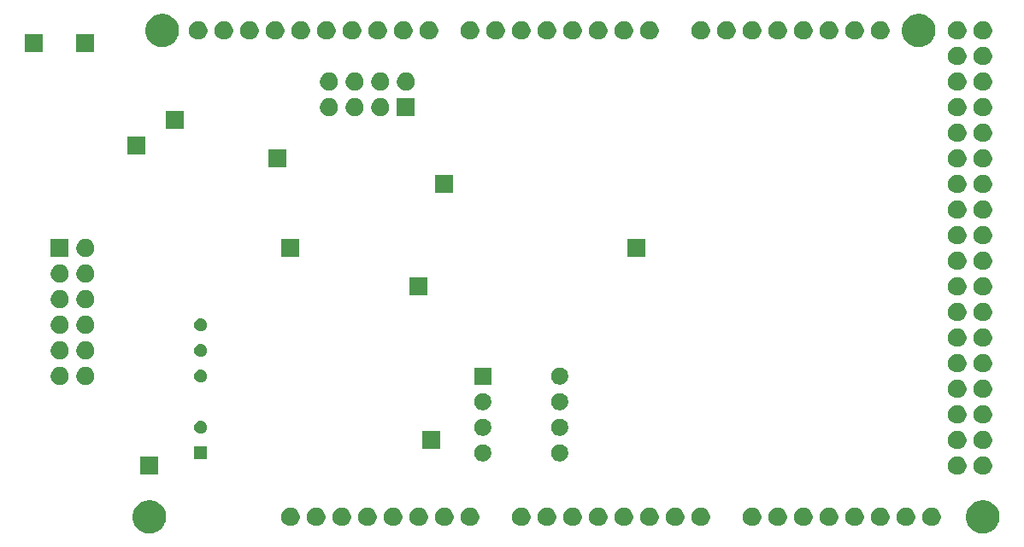
<source format=gbr>
G04 #@! TF.GenerationSoftware,KiCad,Pcbnew,(5.1.5-0-10_14)*
G04 #@! TF.CreationDate,2020-06-27T09:49:27-05:00*
G04 #@! TF.ProjectId,Electronic Target,456c6563-7472-46f6-9e69-632054617267,rev?*
G04 #@! TF.SameCoordinates,Original*
G04 #@! TF.FileFunction,Soldermask,Bot*
G04 #@! TF.FilePolarity,Negative*
%FSLAX46Y46*%
G04 Gerber Fmt 4.6, Leading zero omitted, Abs format (unit mm)*
G04 Created by KiCad (PCBNEW (5.1.5-0-10_14)) date 2020-06-27 09:49:27*
%MOMM*%
%LPD*%
G04 APERTURE LIST*
%ADD10C,0.100000*%
G04 APERTURE END LIST*
D10*
G36*
X213735256Y-131741298D02*
G01*
X213841579Y-131762447D01*
X214142042Y-131886903D01*
X214412451Y-132067585D01*
X214642415Y-132297549D01*
X214823097Y-132567958D01*
X214823098Y-132567960D01*
X214947553Y-132868422D01*
X215011000Y-133187389D01*
X215011000Y-133512611D01*
X214947553Y-133831578D01*
X214852766Y-134060416D01*
X214823097Y-134132042D01*
X214642415Y-134402451D01*
X214412451Y-134632415D01*
X214142042Y-134813097D01*
X213841579Y-134937553D01*
X213735256Y-134958702D01*
X213522611Y-135001000D01*
X213197389Y-135001000D01*
X212984744Y-134958702D01*
X212878421Y-134937553D01*
X212577958Y-134813097D01*
X212307549Y-134632415D01*
X212077585Y-134402451D01*
X211896903Y-134132042D01*
X211867235Y-134060416D01*
X211772447Y-133831578D01*
X211709000Y-133512611D01*
X211709000Y-133187389D01*
X211772447Y-132868422D01*
X211896902Y-132567960D01*
X211896903Y-132567958D01*
X212077585Y-132297549D01*
X212307549Y-132067585D01*
X212577958Y-131886903D01*
X212878421Y-131762447D01*
X212984744Y-131741298D01*
X213197389Y-131699000D01*
X213522611Y-131699000D01*
X213735256Y-131741298D01*
G37*
G36*
X131185256Y-131741298D02*
G01*
X131291579Y-131762447D01*
X131592042Y-131886903D01*
X131862451Y-132067585D01*
X132092415Y-132297549D01*
X132273097Y-132567958D01*
X132273098Y-132567960D01*
X132397553Y-132868422D01*
X132461000Y-133187389D01*
X132461000Y-133512611D01*
X132397553Y-133831578D01*
X132302766Y-134060416D01*
X132273097Y-134132042D01*
X132092415Y-134402451D01*
X131862451Y-134632415D01*
X131592042Y-134813097D01*
X131291579Y-134937553D01*
X131185256Y-134958702D01*
X130972611Y-135001000D01*
X130647389Y-135001000D01*
X130434744Y-134958702D01*
X130328421Y-134937553D01*
X130027958Y-134813097D01*
X129757549Y-134632415D01*
X129527585Y-134402451D01*
X129346903Y-134132042D01*
X129317235Y-134060416D01*
X129222447Y-133831578D01*
X129159000Y-133512611D01*
X129159000Y-133187389D01*
X129222447Y-132868422D01*
X129346902Y-132567960D01*
X129346903Y-132567958D01*
X129527585Y-132297549D01*
X129757549Y-132067585D01*
X130027958Y-131886903D01*
X130328421Y-131762447D01*
X130434744Y-131741298D01*
X130647389Y-131699000D01*
X130972611Y-131699000D01*
X131185256Y-131741298D01*
G37*
G36*
X203466778Y-132470547D02*
G01*
X203633224Y-132539491D01*
X203783022Y-132639583D01*
X203910417Y-132766978D01*
X204010509Y-132916776D01*
X204079453Y-133083222D01*
X204114600Y-133259918D01*
X204114600Y-133440082D01*
X204079453Y-133616778D01*
X204010509Y-133783224D01*
X203910417Y-133933022D01*
X203783022Y-134060417D01*
X203633224Y-134160509D01*
X203466778Y-134229453D01*
X203290082Y-134264600D01*
X203109918Y-134264600D01*
X202933222Y-134229453D01*
X202766776Y-134160509D01*
X202616978Y-134060417D01*
X202489583Y-133933022D01*
X202389491Y-133783224D01*
X202320547Y-133616778D01*
X202285400Y-133440082D01*
X202285400Y-133259918D01*
X202320547Y-133083222D01*
X202389491Y-132916776D01*
X202489583Y-132766978D01*
X202616978Y-132639583D01*
X202766776Y-132539491D01*
X202933222Y-132470547D01*
X203109918Y-132435400D01*
X203290082Y-132435400D01*
X203466778Y-132470547D01*
G37*
G36*
X200926778Y-132470547D02*
G01*
X201093224Y-132539491D01*
X201243022Y-132639583D01*
X201370417Y-132766978D01*
X201470509Y-132916776D01*
X201539453Y-133083222D01*
X201574600Y-133259918D01*
X201574600Y-133440082D01*
X201539453Y-133616778D01*
X201470509Y-133783224D01*
X201370417Y-133933022D01*
X201243022Y-134060417D01*
X201093224Y-134160509D01*
X200926778Y-134229453D01*
X200750082Y-134264600D01*
X200569918Y-134264600D01*
X200393222Y-134229453D01*
X200226776Y-134160509D01*
X200076978Y-134060417D01*
X199949583Y-133933022D01*
X199849491Y-133783224D01*
X199780547Y-133616778D01*
X199745400Y-133440082D01*
X199745400Y-133259918D01*
X199780547Y-133083222D01*
X199849491Y-132916776D01*
X199949583Y-132766978D01*
X200076978Y-132639583D01*
X200226776Y-132539491D01*
X200393222Y-132470547D01*
X200569918Y-132435400D01*
X200750082Y-132435400D01*
X200926778Y-132470547D01*
G37*
G36*
X198386778Y-132470547D02*
G01*
X198553224Y-132539491D01*
X198703022Y-132639583D01*
X198830417Y-132766978D01*
X198930509Y-132916776D01*
X198999453Y-133083222D01*
X199034600Y-133259918D01*
X199034600Y-133440082D01*
X198999453Y-133616778D01*
X198930509Y-133783224D01*
X198830417Y-133933022D01*
X198703022Y-134060417D01*
X198553224Y-134160509D01*
X198386778Y-134229453D01*
X198210082Y-134264600D01*
X198029918Y-134264600D01*
X197853222Y-134229453D01*
X197686776Y-134160509D01*
X197536978Y-134060417D01*
X197409583Y-133933022D01*
X197309491Y-133783224D01*
X197240547Y-133616778D01*
X197205400Y-133440082D01*
X197205400Y-133259918D01*
X197240547Y-133083222D01*
X197309491Y-132916776D01*
X197409583Y-132766978D01*
X197536978Y-132639583D01*
X197686776Y-132539491D01*
X197853222Y-132470547D01*
X198029918Y-132435400D01*
X198210082Y-132435400D01*
X198386778Y-132470547D01*
G37*
G36*
X195846778Y-132470547D02*
G01*
X196013224Y-132539491D01*
X196163022Y-132639583D01*
X196290417Y-132766978D01*
X196390509Y-132916776D01*
X196459453Y-133083222D01*
X196494600Y-133259918D01*
X196494600Y-133440082D01*
X196459453Y-133616778D01*
X196390509Y-133783224D01*
X196290417Y-133933022D01*
X196163022Y-134060417D01*
X196013224Y-134160509D01*
X195846778Y-134229453D01*
X195670082Y-134264600D01*
X195489918Y-134264600D01*
X195313222Y-134229453D01*
X195146776Y-134160509D01*
X194996978Y-134060417D01*
X194869583Y-133933022D01*
X194769491Y-133783224D01*
X194700547Y-133616778D01*
X194665400Y-133440082D01*
X194665400Y-133259918D01*
X194700547Y-133083222D01*
X194769491Y-132916776D01*
X194869583Y-132766978D01*
X194996978Y-132639583D01*
X195146776Y-132539491D01*
X195313222Y-132470547D01*
X195489918Y-132435400D01*
X195670082Y-132435400D01*
X195846778Y-132470547D01*
G37*
G36*
X193306778Y-132470547D02*
G01*
X193473224Y-132539491D01*
X193623022Y-132639583D01*
X193750417Y-132766978D01*
X193850509Y-132916776D01*
X193919453Y-133083222D01*
X193954600Y-133259918D01*
X193954600Y-133440082D01*
X193919453Y-133616778D01*
X193850509Y-133783224D01*
X193750417Y-133933022D01*
X193623022Y-134060417D01*
X193473224Y-134160509D01*
X193306778Y-134229453D01*
X193130082Y-134264600D01*
X192949918Y-134264600D01*
X192773222Y-134229453D01*
X192606776Y-134160509D01*
X192456978Y-134060417D01*
X192329583Y-133933022D01*
X192229491Y-133783224D01*
X192160547Y-133616778D01*
X192125400Y-133440082D01*
X192125400Y-133259918D01*
X192160547Y-133083222D01*
X192229491Y-132916776D01*
X192329583Y-132766978D01*
X192456978Y-132639583D01*
X192606776Y-132539491D01*
X192773222Y-132470547D01*
X192949918Y-132435400D01*
X193130082Y-132435400D01*
X193306778Y-132470547D01*
G37*
G36*
X190766778Y-132470547D02*
G01*
X190933224Y-132539491D01*
X191083022Y-132639583D01*
X191210417Y-132766978D01*
X191310509Y-132916776D01*
X191379453Y-133083222D01*
X191414600Y-133259918D01*
X191414600Y-133440082D01*
X191379453Y-133616778D01*
X191310509Y-133783224D01*
X191210417Y-133933022D01*
X191083022Y-134060417D01*
X190933224Y-134160509D01*
X190766778Y-134229453D01*
X190590082Y-134264600D01*
X190409918Y-134264600D01*
X190233222Y-134229453D01*
X190066776Y-134160509D01*
X189916978Y-134060417D01*
X189789583Y-133933022D01*
X189689491Y-133783224D01*
X189620547Y-133616778D01*
X189585400Y-133440082D01*
X189585400Y-133259918D01*
X189620547Y-133083222D01*
X189689491Y-132916776D01*
X189789583Y-132766978D01*
X189916978Y-132639583D01*
X190066776Y-132539491D01*
X190233222Y-132470547D01*
X190409918Y-132435400D01*
X190590082Y-132435400D01*
X190766778Y-132470547D01*
G37*
G36*
X185686778Y-132470547D02*
G01*
X185853224Y-132539491D01*
X186003022Y-132639583D01*
X186130417Y-132766978D01*
X186230509Y-132916776D01*
X186299453Y-133083222D01*
X186334600Y-133259918D01*
X186334600Y-133440082D01*
X186299453Y-133616778D01*
X186230509Y-133783224D01*
X186130417Y-133933022D01*
X186003022Y-134060417D01*
X185853224Y-134160509D01*
X185686778Y-134229453D01*
X185510082Y-134264600D01*
X185329918Y-134264600D01*
X185153222Y-134229453D01*
X184986776Y-134160509D01*
X184836978Y-134060417D01*
X184709583Y-133933022D01*
X184609491Y-133783224D01*
X184540547Y-133616778D01*
X184505400Y-133440082D01*
X184505400Y-133259918D01*
X184540547Y-133083222D01*
X184609491Y-132916776D01*
X184709583Y-132766978D01*
X184836978Y-132639583D01*
X184986776Y-132539491D01*
X185153222Y-132470547D01*
X185329918Y-132435400D01*
X185510082Y-132435400D01*
X185686778Y-132470547D01*
G37*
G36*
X183146778Y-132470547D02*
G01*
X183313224Y-132539491D01*
X183463022Y-132639583D01*
X183590417Y-132766978D01*
X183690509Y-132916776D01*
X183759453Y-133083222D01*
X183794600Y-133259918D01*
X183794600Y-133440082D01*
X183759453Y-133616778D01*
X183690509Y-133783224D01*
X183590417Y-133933022D01*
X183463022Y-134060417D01*
X183313224Y-134160509D01*
X183146778Y-134229453D01*
X182970082Y-134264600D01*
X182789918Y-134264600D01*
X182613222Y-134229453D01*
X182446776Y-134160509D01*
X182296978Y-134060417D01*
X182169583Y-133933022D01*
X182069491Y-133783224D01*
X182000547Y-133616778D01*
X181965400Y-133440082D01*
X181965400Y-133259918D01*
X182000547Y-133083222D01*
X182069491Y-132916776D01*
X182169583Y-132766978D01*
X182296978Y-132639583D01*
X182446776Y-132539491D01*
X182613222Y-132470547D01*
X182789918Y-132435400D01*
X182970082Y-132435400D01*
X183146778Y-132470547D01*
G37*
G36*
X180606778Y-132470547D02*
G01*
X180773224Y-132539491D01*
X180923022Y-132639583D01*
X181050417Y-132766978D01*
X181150509Y-132916776D01*
X181219453Y-133083222D01*
X181254600Y-133259918D01*
X181254600Y-133440082D01*
X181219453Y-133616778D01*
X181150509Y-133783224D01*
X181050417Y-133933022D01*
X180923022Y-134060417D01*
X180773224Y-134160509D01*
X180606778Y-134229453D01*
X180430082Y-134264600D01*
X180249918Y-134264600D01*
X180073222Y-134229453D01*
X179906776Y-134160509D01*
X179756978Y-134060417D01*
X179629583Y-133933022D01*
X179529491Y-133783224D01*
X179460547Y-133616778D01*
X179425400Y-133440082D01*
X179425400Y-133259918D01*
X179460547Y-133083222D01*
X179529491Y-132916776D01*
X179629583Y-132766978D01*
X179756978Y-132639583D01*
X179906776Y-132539491D01*
X180073222Y-132470547D01*
X180249918Y-132435400D01*
X180430082Y-132435400D01*
X180606778Y-132470547D01*
G37*
G36*
X178066778Y-132470547D02*
G01*
X178233224Y-132539491D01*
X178383022Y-132639583D01*
X178510417Y-132766978D01*
X178610509Y-132916776D01*
X178679453Y-133083222D01*
X178714600Y-133259918D01*
X178714600Y-133440082D01*
X178679453Y-133616778D01*
X178610509Y-133783224D01*
X178510417Y-133933022D01*
X178383022Y-134060417D01*
X178233224Y-134160509D01*
X178066778Y-134229453D01*
X177890082Y-134264600D01*
X177709918Y-134264600D01*
X177533222Y-134229453D01*
X177366776Y-134160509D01*
X177216978Y-134060417D01*
X177089583Y-133933022D01*
X176989491Y-133783224D01*
X176920547Y-133616778D01*
X176885400Y-133440082D01*
X176885400Y-133259918D01*
X176920547Y-133083222D01*
X176989491Y-132916776D01*
X177089583Y-132766978D01*
X177216978Y-132639583D01*
X177366776Y-132539491D01*
X177533222Y-132470547D01*
X177709918Y-132435400D01*
X177890082Y-132435400D01*
X178066778Y-132470547D01*
G37*
G36*
X175526778Y-132470547D02*
G01*
X175693224Y-132539491D01*
X175843022Y-132639583D01*
X175970417Y-132766978D01*
X176070509Y-132916776D01*
X176139453Y-133083222D01*
X176174600Y-133259918D01*
X176174600Y-133440082D01*
X176139453Y-133616778D01*
X176070509Y-133783224D01*
X175970417Y-133933022D01*
X175843022Y-134060417D01*
X175693224Y-134160509D01*
X175526778Y-134229453D01*
X175350082Y-134264600D01*
X175169918Y-134264600D01*
X174993222Y-134229453D01*
X174826776Y-134160509D01*
X174676978Y-134060417D01*
X174549583Y-133933022D01*
X174449491Y-133783224D01*
X174380547Y-133616778D01*
X174345400Y-133440082D01*
X174345400Y-133259918D01*
X174380547Y-133083222D01*
X174449491Y-132916776D01*
X174549583Y-132766978D01*
X174676978Y-132639583D01*
X174826776Y-132539491D01*
X174993222Y-132470547D01*
X175169918Y-132435400D01*
X175350082Y-132435400D01*
X175526778Y-132470547D01*
G37*
G36*
X172986778Y-132470547D02*
G01*
X173153224Y-132539491D01*
X173303022Y-132639583D01*
X173430417Y-132766978D01*
X173530509Y-132916776D01*
X173599453Y-133083222D01*
X173634600Y-133259918D01*
X173634600Y-133440082D01*
X173599453Y-133616778D01*
X173530509Y-133783224D01*
X173430417Y-133933022D01*
X173303022Y-134060417D01*
X173153224Y-134160509D01*
X172986778Y-134229453D01*
X172810082Y-134264600D01*
X172629918Y-134264600D01*
X172453222Y-134229453D01*
X172286776Y-134160509D01*
X172136978Y-134060417D01*
X172009583Y-133933022D01*
X171909491Y-133783224D01*
X171840547Y-133616778D01*
X171805400Y-133440082D01*
X171805400Y-133259918D01*
X171840547Y-133083222D01*
X171909491Y-132916776D01*
X172009583Y-132766978D01*
X172136978Y-132639583D01*
X172286776Y-132539491D01*
X172453222Y-132470547D01*
X172629918Y-132435400D01*
X172810082Y-132435400D01*
X172986778Y-132470547D01*
G37*
G36*
X170446778Y-132470547D02*
G01*
X170613224Y-132539491D01*
X170763022Y-132639583D01*
X170890417Y-132766978D01*
X170990509Y-132916776D01*
X171059453Y-133083222D01*
X171094600Y-133259918D01*
X171094600Y-133440082D01*
X171059453Y-133616778D01*
X170990509Y-133783224D01*
X170890417Y-133933022D01*
X170763022Y-134060417D01*
X170613224Y-134160509D01*
X170446778Y-134229453D01*
X170270082Y-134264600D01*
X170089918Y-134264600D01*
X169913222Y-134229453D01*
X169746776Y-134160509D01*
X169596978Y-134060417D01*
X169469583Y-133933022D01*
X169369491Y-133783224D01*
X169300547Y-133616778D01*
X169265400Y-133440082D01*
X169265400Y-133259918D01*
X169300547Y-133083222D01*
X169369491Y-132916776D01*
X169469583Y-132766978D01*
X169596978Y-132639583D01*
X169746776Y-132539491D01*
X169913222Y-132470547D01*
X170089918Y-132435400D01*
X170270082Y-132435400D01*
X170446778Y-132470547D01*
G37*
G36*
X167906778Y-132470547D02*
G01*
X168073224Y-132539491D01*
X168223022Y-132639583D01*
X168350417Y-132766978D01*
X168450509Y-132916776D01*
X168519453Y-133083222D01*
X168554600Y-133259918D01*
X168554600Y-133440082D01*
X168519453Y-133616778D01*
X168450509Y-133783224D01*
X168350417Y-133933022D01*
X168223022Y-134060417D01*
X168073224Y-134160509D01*
X167906778Y-134229453D01*
X167730082Y-134264600D01*
X167549918Y-134264600D01*
X167373222Y-134229453D01*
X167206776Y-134160509D01*
X167056978Y-134060417D01*
X166929583Y-133933022D01*
X166829491Y-133783224D01*
X166760547Y-133616778D01*
X166725400Y-133440082D01*
X166725400Y-133259918D01*
X166760547Y-133083222D01*
X166829491Y-132916776D01*
X166929583Y-132766978D01*
X167056978Y-132639583D01*
X167206776Y-132539491D01*
X167373222Y-132470547D01*
X167549918Y-132435400D01*
X167730082Y-132435400D01*
X167906778Y-132470547D01*
G37*
G36*
X162826778Y-132470547D02*
G01*
X162993224Y-132539491D01*
X163143022Y-132639583D01*
X163270417Y-132766978D01*
X163370509Y-132916776D01*
X163439453Y-133083222D01*
X163474600Y-133259918D01*
X163474600Y-133440082D01*
X163439453Y-133616778D01*
X163370509Y-133783224D01*
X163270417Y-133933022D01*
X163143022Y-134060417D01*
X162993224Y-134160509D01*
X162826778Y-134229453D01*
X162650082Y-134264600D01*
X162469918Y-134264600D01*
X162293222Y-134229453D01*
X162126776Y-134160509D01*
X161976978Y-134060417D01*
X161849583Y-133933022D01*
X161749491Y-133783224D01*
X161680547Y-133616778D01*
X161645400Y-133440082D01*
X161645400Y-133259918D01*
X161680547Y-133083222D01*
X161749491Y-132916776D01*
X161849583Y-132766978D01*
X161976978Y-132639583D01*
X162126776Y-132539491D01*
X162293222Y-132470547D01*
X162469918Y-132435400D01*
X162650082Y-132435400D01*
X162826778Y-132470547D01*
G37*
G36*
X160286778Y-132470547D02*
G01*
X160453224Y-132539491D01*
X160603022Y-132639583D01*
X160730417Y-132766978D01*
X160830509Y-132916776D01*
X160899453Y-133083222D01*
X160934600Y-133259918D01*
X160934600Y-133440082D01*
X160899453Y-133616778D01*
X160830509Y-133783224D01*
X160730417Y-133933022D01*
X160603022Y-134060417D01*
X160453224Y-134160509D01*
X160286778Y-134229453D01*
X160110082Y-134264600D01*
X159929918Y-134264600D01*
X159753222Y-134229453D01*
X159586776Y-134160509D01*
X159436978Y-134060417D01*
X159309583Y-133933022D01*
X159209491Y-133783224D01*
X159140547Y-133616778D01*
X159105400Y-133440082D01*
X159105400Y-133259918D01*
X159140547Y-133083222D01*
X159209491Y-132916776D01*
X159309583Y-132766978D01*
X159436978Y-132639583D01*
X159586776Y-132539491D01*
X159753222Y-132470547D01*
X159929918Y-132435400D01*
X160110082Y-132435400D01*
X160286778Y-132470547D01*
G37*
G36*
X157746778Y-132470547D02*
G01*
X157913224Y-132539491D01*
X158063022Y-132639583D01*
X158190417Y-132766978D01*
X158290509Y-132916776D01*
X158359453Y-133083222D01*
X158394600Y-133259918D01*
X158394600Y-133440082D01*
X158359453Y-133616778D01*
X158290509Y-133783224D01*
X158190417Y-133933022D01*
X158063022Y-134060417D01*
X157913224Y-134160509D01*
X157746778Y-134229453D01*
X157570082Y-134264600D01*
X157389918Y-134264600D01*
X157213222Y-134229453D01*
X157046776Y-134160509D01*
X156896978Y-134060417D01*
X156769583Y-133933022D01*
X156669491Y-133783224D01*
X156600547Y-133616778D01*
X156565400Y-133440082D01*
X156565400Y-133259918D01*
X156600547Y-133083222D01*
X156669491Y-132916776D01*
X156769583Y-132766978D01*
X156896978Y-132639583D01*
X157046776Y-132539491D01*
X157213222Y-132470547D01*
X157389918Y-132435400D01*
X157570082Y-132435400D01*
X157746778Y-132470547D01*
G37*
G36*
X155206778Y-132470547D02*
G01*
X155373224Y-132539491D01*
X155523022Y-132639583D01*
X155650417Y-132766978D01*
X155750509Y-132916776D01*
X155819453Y-133083222D01*
X155854600Y-133259918D01*
X155854600Y-133440082D01*
X155819453Y-133616778D01*
X155750509Y-133783224D01*
X155650417Y-133933022D01*
X155523022Y-134060417D01*
X155373224Y-134160509D01*
X155206778Y-134229453D01*
X155030082Y-134264600D01*
X154849918Y-134264600D01*
X154673222Y-134229453D01*
X154506776Y-134160509D01*
X154356978Y-134060417D01*
X154229583Y-133933022D01*
X154129491Y-133783224D01*
X154060547Y-133616778D01*
X154025400Y-133440082D01*
X154025400Y-133259918D01*
X154060547Y-133083222D01*
X154129491Y-132916776D01*
X154229583Y-132766978D01*
X154356978Y-132639583D01*
X154506776Y-132539491D01*
X154673222Y-132470547D01*
X154849918Y-132435400D01*
X155030082Y-132435400D01*
X155206778Y-132470547D01*
G37*
G36*
X152666778Y-132470547D02*
G01*
X152833224Y-132539491D01*
X152983022Y-132639583D01*
X153110417Y-132766978D01*
X153210509Y-132916776D01*
X153279453Y-133083222D01*
X153314600Y-133259918D01*
X153314600Y-133440082D01*
X153279453Y-133616778D01*
X153210509Y-133783224D01*
X153110417Y-133933022D01*
X152983022Y-134060417D01*
X152833224Y-134160509D01*
X152666778Y-134229453D01*
X152490082Y-134264600D01*
X152309918Y-134264600D01*
X152133222Y-134229453D01*
X151966776Y-134160509D01*
X151816978Y-134060417D01*
X151689583Y-133933022D01*
X151589491Y-133783224D01*
X151520547Y-133616778D01*
X151485400Y-133440082D01*
X151485400Y-133259918D01*
X151520547Y-133083222D01*
X151589491Y-132916776D01*
X151689583Y-132766978D01*
X151816978Y-132639583D01*
X151966776Y-132539491D01*
X152133222Y-132470547D01*
X152309918Y-132435400D01*
X152490082Y-132435400D01*
X152666778Y-132470547D01*
G37*
G36*
X150126778Y-132470547D02*
G01*
X150293224Y-132539491D01*
X150443022Y-132639583D01*
X150570417Y-132766978D01*
X150670509Y-132916776D01*
X150739453Y-133083222D01*
X150774600Y-133259918D01*
X150774600Y-133440082D01*
X150739453Y-133616778D01*
X150670509Y-133783224D01*
X150570417Y-133933022D01*
X150443022Y-134060417D01*
X150293224Y-134160509D01*
X150126778Y-134229453D01*
X149950082Y-134264600D01*
X149769918Y-134264600D01*
X149593222Y-134229453D01*
X149426776Y-134160509D01*
X149276978Y-134060417D01*
X149149583Y-133933022D01*
X149049491Y-133783224D01*
X148980547Y-133616778D01*
X148945400Y-133440082D01*
X148945400Y-133259918D01*
X148980547Y-133083222D01*
X149049491Y-132916776D01*
X149149583Y-132766978D01*
X149276978Y-132639583D01*
X149426776Y-132539491D01*
X149593222Y-132470547D01*
X149769918Y-132435400D01*
X149950082Y-132435400D01*
X150126778Y-132470547D01*
G37*
G36*
X147586778Y-132470547D02*
G01*
X147753224Y-132539491D01*
X147903022Y-132639583D01*
X148030417Y-132766978D01*
X148130509Y-132916776D01*
X148199453Y-133083222D01*
X148234600Y-133259918D01*
X148234600Y-133440082D01*
X148199453Y-133616778D01*
X148130509Y-133783224D01*
X148030417Y-133933022D01*
X147903022Y-134060417D01*
X147753224Y-134160509D01*
X147586778Y-134229453D01*
X147410082Y-134264600D01*
X147229918Y-134264600D01*
X147053222Y-134229453D01*
X146886776Y-134160509D01*
X146736978Y-134060417D01*
X146609583Y-133933022D01*
X146509491Y-133783224D01*
X146440547Y-133616778D01*
X146405400Y-133440082D01*
X146405400Y-133259918D01*
X146440547Y-133083222D01*
X146509491Y-132916776D01*
X146609583Y-132766978D01*
X146736978Y-132639583D01*
X146886776Y-132539491D01*
X147053222Y-132470547D01*
X147229918Y-132435400D01*
X147410082Y-132435400D01*
X147586778Y-132470547D01*
G37*
G36*
X145046778Y-132470547D02*
G01*
X145213224Y-132539491D01*
X145363022Y-132639583D01*
X145490417Y-132766978D01*
X145590509Y-132916776D01*
X145659453Y-133083222D01*
X145694600Y-133259918D01*
X145694600Y-133440082D01*
X145659453Y-133616778D01*
X145590509Y-133783224D01*
X145490417Y-133933022D01*
X145363022Y-134060417D01*
X145213224Y-134160509D01*
X145046778Y-134229453D01*
X144870082Y-134264600D01*
X144689918Y-134264600D01*
X144513222Y-134229453D01*
X144346776Y-134160509D01*
X144196978Y-134060417D01*
X144069583Y-133933022D01*
X143969491Y-133783224D01*
X143900547Y-133616778D01*
X143865400Y-133440082D01*
X143865400Y-133259918D01*
X143900547Y-133083222D01*
X143969491Y-132916776D01*
X144069583Y-132766978D01*
X144196978Y-132639583D01*
X144346776Y-132539491D01*
X144513222Y-132470547D01*
X144689918Y-132435400D01*
X144870082Y-132435400D01*
X145046778Y-132470547D01*
G37*
G36*
X208546778Y-132470547D02*
G01*
X208713224Y-132539491D01*
X208863022Y-132639583D01*
X208990417Y-132766978D01*
X209090509Y-132916776D01*
X209159453Y-133083222D01*
X209194600Y-133259918D01*
X209194600Y-133440082D01*
X209159453Y-133616778D01*
X209090509Y-133783224D01*
X208990417Y-133933022D01*
X208863022Y-134060417D01*
X208713224Y-134160509D01*
X208546778Y-134229453D01*
X208370082Y-134264600D01*
X208189918Y-134264600D01*
X208013222Y-134229453D01*
X207846776Y-134160509D01*
X207696978Y-134060417D01*
X207569583Y-133933022D01*
X207469491Y-133783224D01*
X207400547Y-133616778D01*
X207365400Y-133440082D01*
X207365400Y-133259918D01*
X207400547Y-133083222D01*
X207469491Y-132916776D01*
X207569583Y-132766978D01*
X207696978Y-132639583D01*
X207846776Y-132539491D01*
X208013222Y-132470547D01*
X208189918Y-132435400D01*
X208370082Y-132435400D01*
X208546778Y-132470547D01*
G37*
G36*
X206006778Y-132470547D02*
G01*
X206173224Y-132539491D01*
X206323022Y-132639583D01*
X206450417Y-132766978D01*
X206550509Y-132916776D01*
X206619453Y-133083222D01*
X206654600Y-133259918D01*
X206654600Y-133440082D01*
X206619453Y-133616778D01*
X206550509Y-133783224D01*
X206450417Y-133933022D01*
X206323022Y-134060417D01*
X206173224Y-134160509D01*
X206006778Y-134229453D01*
X205830082Y-134264600D01*
X205649918Y-134264600D01*
X205473222Y-134229453D01*
X205306776Y-134160509D01*
X205156978Y-134060417D01*
X205029583Y-133933022D01*
X204929491Y-133783224D01*
X204860547Y-133616778D01*
X204825400Y-133440082D01*
X204825400Y-133259918D01*
X204860547Y-133083222D01*
X204929491Y-132916776D01*
X205029583Y-132766978D01*
X205156978Y-132639583D01*
X205306776Y-132539491D01*
X205473222Y-132470547D01*
X205649918Y-132435400D01*
X205830082Y-132435400D01*
X206006778Y-132470547D01*
G37*
G36*
X211086778Y-127390547D02*
G01*
X211253224Y-127459491D01*
X211403022Y-127559583D01*
X211530417Y-127686978D01*
X211630509Y-127836776D01*
X211699453Y-128003222D01*
X211734600Y-128179918D01*
X211734600Y-128360082D01*
X211699453Y-128536778D01*
X211630509Y-128703224D01*
X211530417Y-128853022D01*
X211403022Y-128980417D01*
X211253224Y-129080509D01*
X211086778Y-129149453D01*
X210910082Y-129184600D01*
X210729918Y-129184600D01*
X210553222Y-129149453D01*
X210386776Y-129080509D01*
X210236978Y-128980417D01*
X210109583Y-128853022D01*
X210009491Y-128703224D01*
X209940547Y-128536778D01*
X209905400Y-128360082D01*
X209905400Y-128179918D01*
X209940547Y-128003222D01*
X210009491Y-127836776D01*
X210109583Y-127686978D01*
X210236978Y-127559583D01*
X210386776Y-127459491D01*
X210553222Y-127390547D01*
X210729918Y-127355400D01*
X210910082Y-127355400D01*
X211086778Y-127390547D01*
G37*
G36*
X213626778Y-127390547D02*
G01*
X213793224Y-127459491D01*
X213943022Y-127559583D01*
X214070417Y-127686978D01*
X214170509Y-127836776D01*
X214239453Y-128003222D01*
X214274600Y-128179918D01*
X214274600Y-128360082D01*
X214239453Y-128536778D01*
X214170509Y-128703224D01*
X214070417Y-128853022D01*
X213943022Y-128980417D01*
X213793224Y-129080509D01*
X213626778Y-129149453D01*
X213450082Y-129184600D01*
X213269918Y-129184600D01*
X213093222Y-129149453D01*
X212926776Y-129080509D01*
X212776978Y-128980417D01*
X212649583Y-128853022D01*
X212549491Y-128703224D01*
X212480547Y-128536778D01*
X212445400Y-128360082D01*
X212445400Y-128179918D01*
X212480547Y-128003222D01*
X212549491Y-127836776D01*
X212649583Y-127686978D01*
X212776978Y-127559583D01*
X212926776Y-127459491D01*
X213093222Y-127390547D01*
X213269918Y-127355400D01*
X213450082Y-127355400D01*
X213626778Y-127390547D01*
G37*
G36*
X131711000Y-129171000D02*
G01*
X129909000Y-129171000D01*
X129909000Y-127369000D01*
X131711000Y-127369000D01*
X131711000Y-129171000D01*
G37*
G36*
X164078228Y-126181703D02*
G01*
X164233100Y-126245853D01*
X164372481Y-126338985D01*
X164491015Y-126457519D01*
X164584147Y-126596900D01*
X164648297Y-126751772D01*
X164681000Y-126916184D01*
X164681000Y-127083816D01*
X164648297Y-127248228D01*
X164584147Y-127403100D01*
X164491015Y-127542481D01*
X164372481Y-127661015D01*
X164233100Y-127754147D01*
X164078228Y-127818297D01*
X163913816Y-127851000D01*
X163746184Y-127851000D01*
X163581772Y-127818297D01*
X163426900Y-127754147D01*
X163287519Y-127661015D01*
X163168985Y-127542481D01*
X163075853Y-127403100D01*
X163011703Y-127248228D01*
X162979000Y-127083816D01*
X162979000Y-126916184D01*
X163011703Y-126751772D01*
X163075853Y-126596900D01*
X163168985Y-126457519D01*
X163287519Y-126338985D01*
X163426900Y-126245853D01*
X163581772Y-126181703D01*
X163746184Y-126149000D01*
X163913816Y-126149000D01*
X164078228Y-126181703D01*
G37*
G36*
X171698228Y-126181703D02*
G01*
X171853100Y-126245853D01*
X171992481Y-126338985D01*
X172111015Y-126457519D01*
X172204147Y-126596900D01*
X172268297Y-126751772D01*
X172301000Y-126916184D01*
X172301000Y-127083816D01*
X172268297Y-127248228D01*
X172204147Y-127403100D01*
X172111015Y-127542481D01*
X171992481Y-127661015D01*
X171853100Y-127754147D01*
X171698228Y-127818297D01*
X171533816Y-127851000D01*
X171366184Y-127851000D01*
X171201772Y-127818297D01*
X171046900Y-127754147D01*
X170907519Y-127661015D01*
X170788985Y-127542481D01*
X170695853Y-127403100D01*
X170631703Y-127248228D01*
X170599000Y-127083816D01*
X170599000Y-126916184D01*
X170631703Y-126751772D01*
X170695853Y-126596900D01*
X170788985Y-126457519D01*
X170907519Y-126338985D01*
X171046900Y-126245853D01*
X171201772Y-126181703D01*
X171366184Y-126149000D01*
X171533816Y-126149000D01*
X171698228Y-126181703D01*
G37*
G36*
X136531000Y-127641000D02*
G01*
X135249000Y-127641000D01*
X135249000Y-126359000D01*
X136531000Y-126359000D01*
X136531000Y-127641000D01*
G37*
G36*
X211086778Y-124850547D02*
G01*
X211253224Y-124919491D01*
X211403022Y-125019583D01*
X211530417Y-125146978D01*
X211630509Y-125296776D01*
X211699453Y-125463222D01*
X211734600Y-125639918D01*
X211734600Y-125820082D01*
X211699453Y-125996778D01*
X211630509Y-126163224D01*
X211530417Y-126313022D01*
X211403022Y-126440417D01*
X211253224Y-126540509D01*
X211086778Y-126609453D01*
X210910082Y-126644600D01*
X210729918Y-126644600D01*
X210553222Y-126609453D01*
X210386776Y-126540509D01*
X210236978Y-126440417D01*
X210109583Y-126313022D01*
X210009491Y-126163224D01*
X209940547Y-125996778D01*
X209905400Y-125820082D01*
X209905400Y-125639918D01*
X209940547Y-125463222D01*
X210009491Y-125296776D01*
X210109583Y-125146978D01*
X210236978Y-125019583D01*
X210386776Y-124919491D01*
X210553222Y-124850547D01*
X210729918Y-124815400D01*
X210910082Y-124815400D01*
X211086778Y-124850547D01*
G37*
G36*
X213626778Y-124850547D02*
G01*
X213793224Y-124919491D01*
X213943022Y-125019583D01*
X214070417Y-125146978D01*
X214170509Y-125296776D01*
X214239453Y-125463222D01*
X214274600Y-125639918D01*
X214274600Y-125820082D01*
X214239453Y-125996778D01*
X214170509Y-126163224D01*
X214070417Y-126313022D01*
X213943022Y-126440417D01*
X213793224Y-126540509D01*
X213626778Y-126609453D01*
X213450082Y-126644600D01*
X213269918Y-126644600D01*
X213093222Y-126609453D01*
X212926776Y-126540509D01*
X212776978Y-126440417D01*
X212649583Y-126313022D01*
X212549491Y-126163224D01*
X212480547Y-125996778D01*
X212445400Y-125820082D01*
X212445400Y-125639918D01*
X212480547Y-125463222D01*
X212549491Y-125296776D01*
X212649583Y-125146978D01*
X212776978Y-125019583D01*
X212926776Y-124919491D01*
X213093222Y-124850547D01*
X213269918Y-124815400D01*
X213450082Y-124815400D01*
X213626778Y-124850547D01*
G37*
G36*
X159651000Y-126631000D02*
G01*
X157849000Y-126631000D01*
X157849000Y-124829000D01*
X159651000Y-124829000D01*
X159651000Y-126631000D01*
G37*
G36*
X164078228Y-123641703D02*
G01*
X164233100Y-123705853D01*
X164372481Y-123798985D01*
X164491015Y-123917519D01*
X164584147Y-124056900D01*
X164648297Y-124211772D01*
X164681000Y-124376184D01*
X164681000Y-124543816D01*
X164648297Y-124708228D01*
X164584147Y-124863100D01*
X164491015Y-125002481D01*
X164372481Y-125121015D01*
X164233100Y-125214147D01*
X164078228Y-125278297D01*
X163913816Y-125311000D01*
X163746184Y-125311000D01*
X163581772Y-125278297D01*
X163426900Y-125214147D01*
X163287519Y-125121015D01*
X163168985Y-125002481D01*
X163075853Y-124863100D01*
X163011703Y-124708228D01*
X162979000Y-124543816D01*
X162979000Y-124376184D01*
X163011703Y-124211772D01*
X163075853Y-124056900D01*
X163168985Y-123917519D01*
X163287519Y-123798985D01*
X163426900Y-123705853D01*
X163581772Y-123641703D01*
X163746184Y-123609000D01*
X163913816Y-123609000D01*
X164078228Y-123641703D01*
G37*
G36*
X171698228Y-123641703D02*
G01*
X171853100Y-123705853D01*
X171992481Y-123798985D01*
X172111015Y-123917519D01*
X172204147Y-124056900D01*
X172268297Y-124211772D01*
X172301000Y-124376184D01*
X172301000Y-124543816D01*
X172268297Y-124708228D01*
X172204147Y-124863100D01*
X172111015Y-125002481D01*
X171992481Y-125121015D01*
X171853100Y-125214147D01*
X171698228Y-125278297D01*
X171533816Y-125311000D01*
X171366184Y-125311000D01*
X171201772Y-125278297D01*
X171046900Y-125214147D01*
X170907519Y-125121015D01*
X170788985Y-125002481D01*
X170695853Y-124863100D01*
X170631703Y-124708228D01*
X170599000Y-124543816D01*
X170599000Y-124376184D01*
X170631703Y-124211772D01*
X170695853Y-124056900D01*
X170788985Y-123917519D01*
X170907519Y-123798985D01*
X171046900Y-123705853D01*
X171201772Y-123641703D01*
X171366184Y-123609000D01*
X171533816Y-123609000D01*
X171698228Y-123641703D01*
G37*
G36*
X135984093Y-123825158D02*
G01*
X136076973Y-123843633D01*
X136193628Y-123891953D01*
X136298614Y-123962102D01*
X136387898Y-124051386D01*
X136458047Y-124156372D01*
X136506367Y-124273027D01*
X136531000Y-124396867D01*
X136531000Y-124523133D01*
X136506367Y-124646973D01*
X136458047Y-124763628D01*
X136387898Y-124868614D01*
X136298614Y-124957898D01*
X136193628Y-125028047D01*
X136076973Y-125076367D01*
X135984093Y-125094842D01*
X135953134Y-125101000D01*
X135826866Y-125101000D01*
X135795907Y-125094842D01*
X135703027Y-125076367D01*
X135586372Y-125028047D01*
X135481386Y-124957898D01*
X135392102Y-124868614D01*
X135321953Y-124763628D01*
X135273633Y-124646973D01*
X135249000Y-124523133D01*
X135249000Y-124396867D01*
X135273633Y-124273027D01*
X135321953Y-124156372D01*
X135392102Y-124051386D01*
X135481386Y-123962102D01*
X135586372Y-123891953D01*
X135703027Y-123843633D01*
X135795907Y-123825158D01*
X135826866Y-123819000D01*
X135953134Y-123819000D01*
X135984093Y-123825158D01*
G37*
G36*
X211086778Y-122310547D02*
G01*
X211253224Y-122379491D01*
X211403022Y-122479583D01*
X211530417Y-122606978D01*
X211630509Y-122756776D01*
X211699453Y-122923222D01*
X211734600Y-123099918D01*
X211734600Y-123280082D01*
X211699453Y-123456778D01*
X211630509Y-123623224D01*
X211530417Y-123773022D01*
X211403022Y-123900417D01*
X211253224Y-124000509D01*
X211086778Y-124069453D01*
X210910082Y-124104600D01*
X210729918Y-124104600D01*
X210553222Y-124069453D01*
X210386776Y-124000509D01*
X210236978Y-123900417D01*
X210109583Y-123773022D01*
X210009491Y-123623224D01*
X209940547Y-123456778D01*
X209905400Y-123280082D01*
X209905400Y-123099918D01*
X209940547Y-122923222D01*
X210009491Y-122756776D01*
X210109583Y-122606978D01*
X210236978Y-122479583D01*
X210386776Y-122379491D01*
X210553222Y-122310547D01*
X210729918Y-122275400D01*
X210910082Y-122275400D01*
X211086778Y-122310547D01*
G37*
G36*
X213626778Y-122310547D02*
G01*
X213793224Y-122379491D01*
X213943022Y-122479583D01*
X214070417Y-122606978D01*
X214170509Y-122756776D01*
X214239453Y-122923222D01*
X214274600Y-123099918D01*
X214274600Y-123280082D01*
X214239453Y-123456778D01*
X214170509Y-123623224D01*
X214070417Y-123773022D01*
X213943022Y-123900417D01*
X213793224Y-124000509D01*
X213626778Y-124069453D01*
X213450082Y-124104600D01*
X213269918Y-124104600D01*
X213093222Y-124069453D01*
X212926776Y-124000509D01*
X212776978Y-123900417D01*
X212649583Y-123773022D01*
X212549491Y-123623224D01*
X212480547Y-123456778D01*
X212445400Y-123280082D01*
X212445400Y-123099918D01*
X212480547Y-122923222D01*
X212549491Y-122756776D01*
X212649583Y-122606978D01*
X212776978Y-122479583D01*
X212926776Y-122379491D01*
X213093222Y-122310547D01*
X213269918Y-122275400D01*
X213450082Y-122275400D01*
X213626778Y-122310547D01*
G37*
G36*
X164078228Y-121101703D02*
G01*
X164233100Y-121165853D01*
X164372481Y-121258985D01*
X164491015Y-121377519D01*
X164584147Y-121516900D01*
X164648297Y-121671772D01*
X164681000Y-121836184D01*
X164681000Y-122003816D01*
X164648297Y-122168228D01*
X164584147Y-122323100D01*
X164491015Y-122462481D01*
X164372481Y-122581015D01*
X164233100Y-122674147D01*
X164078228Y-122738297D01*
X163913816Y-122771000D01*
X163746184Y-122771000D01*
X163581772Y-122738297D01*
X163426900Y-122674147D01*
X163287519Y-122581015D01*
X163168985Y-122462481D01*
X163075853Y-122323100D01*
X163011703Y-122168228D01*
X162979000Y-122003816D01*
X162979000Y-121836184D01*
X163011703Y-121671772D01*
X163075853Y-121516900D01*
X163168985Y-121377519D01*
X163287519Y-121258985D01*
X163426900Y-121165853D01*
X163581772Y-121101703D01*
X163746184Y-121069000D01*
X163913816Y-121069000D01*
X164078228Y-121101703D01*
G37*
G36*
X171698228Y-121101703D02*
G01*
X171853100Y-121165853D01*
X171992481Y-121258985D01*
X172111015Y-121377519D01*
X172204147Y-121516900D01*
X172268297Y-121671772D01*
X172301000Y-121836184D01*
X172301000Y-122003816D01*
X172268297Y-122168228D01*
X172204147Y-122323100D01*
X172111015Y-122462481D01*
X171992481Y-122581015D01*
X171853100Y-122674147D01*
X171698228Y-122738297D01*
X171533816Y-122771000D01*
X171366184Y-122771000D01*
X171201772Y-122738297D01*
X171046900Y-122674147D01*
X170907519Y-122581015D01*
X170788985Y-122462481D01*
X170695853Y-122323100D01*
X170631703Y-122168228D01*
X170599000Y-122003816D01*
X170599000Y-121836184D01*
X170631703Y-121671772D01*
X170695853Y-121516900D01*
X170788985Y-121377519D01*
X170907519Y-121258985D01*
X171046900Y-121165853D01*
X171201772Y-121101703D01*
X171366184Y-121069000D01*
X171533816Y-121069000D01*
X171698228Y-121101703D01*
G37*
G36*
X211086778Y-119770547D02*
G01*
X211253224Y-119839491D01*
X211403022Y-119939583D01*
X211530417Y-120066978D01*
X211630509Y-120216776D01*
X211699453Y-120383222D01*
X211734600Y-120559918D01*
X211734600Y-120740082D01*
X211699453Y-120916778D01*
X211630509Y-121083224D01*
X211530417Y-121233022D01*
X211403022Y-121360417D01*
X211253224Y-121460509D01*
X211086778Y-121529453D01*
X210910082Y-121564600D01*
X210729918Y-121564600D01*
X210553222Y-121529453D01*
X210386776Y-121460509D01*
X210236978Y-121360417D01*
X210109583Y-121233022D01*
X210009491Y-121083224D01*
X209940547Y-120916778D01*
X209905400Y-120740082D01*
X209905400Y-120559918D01*
X209940547Y-120383222D01*
X210009491Y-120216776D01*
X210109583Y-120066978D01*
X210236978Y-119939583D01*
X210386776Y-119839491D01*
X210553222Y-119770547D01*
X210729918Y-119735400D01*
X210910082Y-119735400D01*
X211086778Y-119770547D01*
G37*
G36*
X213626778Y-119770547D02*
G01*
X213793224Y-119839491D01*
X213943022Y-119939583D01*
X214070417Y-120066978D01*
X214170509Y-120216776D01*
X214239453Y-120383222D01*
X214274600Y-120559918D01*
X214274600Y-120740082D01*
X214239453Y-120916778D01*
X214170509Y-121083224D01*
X214070417Y-121233022D01*
X213943022Y-121360417D01*
X213793224Y-121460509D01*
X213626778Y-121529453D01*
X213450082Y-121564600D01*
X213269918Y-121564600D01*
X213093222Y-121529453D01*
X212926776Y-121460509D01*
X212776978Y-121360417D01*
X212649583Y-121233022D01*
X212549491Y-121083224D01*
X212480547Y-120916778D01*
X212445400Y-120740082D01*
X212445400Y-120559918D01*
X212480547Y-120383222D01*
X212549491Y-120216776D01*
X212649583Y-120066978D01*
X212776978Y-119939583D01*
X212926776Y-119839491D01*
X213093222Y-119770547D01*
X213269918Y-119735400D01*
X213450082Y-119735400D01*
X213626778Y-119770547D01*
G37*
G36*
X122033512Y-118483927D02*
G01*
X122182812Y-118513624D01*
X122346784Y-118581544D01*
X122494354Y-118680147D01*
X122619853Y-118805646D01*
X122718456Y-118953216D01*
X122786376Y-119117188D01*
X122821000Y-119291259D01*
X122821000Y-119468741D01*
X122786376Y-119642812D01*
X122718456Y-119806784D01*
X122619853Y-119954354D01*
X122494354Y-120079853D01*
X122346784Y-120178456D01*
X122182812Y-120246376D01*
X122033512Y-120276073D01*
X122008742Y-120281000D01*
X121831258Y-120281000D01*
X121806488Y-120276073D01*
X121657188Y-120246376D01*
X121493216Y-120178456D01*
X121345646Y-120079853D01*
X121220147Y-119954354D01*
X121121544Y-119806784D01*
X121053624Y-119642812D01*
X121019000Y-119468741D01*
X121019000Y-119291259D01*
X121053624Y-119117188D01*
X121121544Y-118953216D01*
X121220147Y-118805646D01*
X121345646Y-118680147D01*
X121493216Y-118581544D01*
X121657188Y-118513624D01*
X121806488Y-118483927D01*
X121831258Y-118479000D01*
X122008742Y-118479000D01*
X122033512Y-118483927D01*
G37*
G36*
X124573512Y-118483927D02*
G01*
X124722812Y-118513624D01*
X124886784Y-118581544D01*
X125034354Y-118680147D01*
X125159853Y-118805646D01*
X125258456Y-118953216D01*
X125326376Y-119117188D01*
X125361000Y-119291259D01*
X125361000Y-119468741D01*
X125326376Y-119642812D01*
X125258456Y-119806784D01*
X125159853Y-119954354D01*
X125034354Y-120079853D01*
X124886784Y-120178456D01*
X124722812Y-120246376D01*
X124573512Y-120276073D01*
X124548742Y-120281000D01*
X124371258Y-120281000D01*
X124346488Y-120276073D01*
X124197188Y-120246376D01*
X124033216Y-120178456D01*
X123885646Y-120079853D01*
X123760147Y-119954354D01*
X123661544Y-119806784D01*
X123593624Y-119642812D01*
X123559000Y-119468741D01*
X123559000Y-119291259D01*
X123593624Y-119117188D01*
X123661544Y-118953216D01*
X123760147Y-118805646D01*
X123885646Y-118680147D01*
X124033216Y-118581544D01*
X124197188Y-118513624D01*
X124346488Y-118483927D01*
X124371258Y-118479000D01*
X124548742Y-118479000D01*
X124573512Y-118483927D01*
G37*
G36*
X171698228Y-118561703D02*
G01*
X171853100Y-118625853D01*
X171992481Y-118718985D01*
X172111015Y-118837519D01*
X172204147Y-118976900D01*
X172268297Y-119131772D01*
X172301000Y-119296184D01*
X172301000Y-119463816D01*
X172268297Y-119628228D01*
X172204147Y-119783100D01*
X172111015Y-119922481D01*
X171992481Y-120041015D01*
X171853100Y-120134147D01*
X171698228Y-120198297D01*
X171533816Y-120231000D01*
X171366184Y-120231000D01*
X171201772Y-120198297D01*
X171046900Y-120134147D01*
X170907519Y-120041015D01*
X170788985Y-119922481D01*
X170695853Y-119783100D01*
X170631703Y-119628228D01*
X170599000Y-119463816D01*
X170599000Y-119296184D01*
X170631703Y-119131772D01*
X170695853Y-118976900D01*
X170788985Y-118837519D01*
X170907519Y-118718985D01*
X171046900Y-118625853D01*
X171201772Y-118561703D01*
X171366184Y-118529000D01*
X171533816Y-118529000D01*
X171698228Y-118561703D01*
G37*
G36*
X164681000Y-120231000D02*
G01*
X162979000Y-120231000D01*
X162979000Y-118529000D01*
X164681000Y-118529000D01*
X164681000Y-120231000D01*
G37*
G36*
X135984093Y-118745158D02*
G01*
X136076973Y-118763633D01*
X136193628Y-118811953D01*
X136298614Y-118882102D01*
X136387898Y-118971386D01*
X136458047Y-119076372D01*
X136506367Y-119193027D01*
X136531000Y-119316867D01*
X136531000Y-119443133D01*
X136506367Y-119566973D01*
X136458047Y-119683628D01*
X136387898Y-119788614D01*
X136298614Y-119877898D01*
X136193628Y-119948047D01*
X136076973Y-119996367D01*
X135984093Y-120014842D01*
X135953134Y-120021000D01*
X135826866Y-120021000D01*
X135795907Y-120014842D01*
X135703027Y-119996367D01*
X135586372Y-119948047D01*
X135481386Y-119877898D01*
X135392102Y-119788614D01*
X135321953Y-119683628D01*
X135273633Y-119566973D01*
X135249000Y-119443133D01*
X135249000Y-119316867D01*
X135273633Y-119193027D01*
X135321953Y-119076372D01*
X135392102Y-118971386D01*
X135481386Y-118882102D01*
X135586372Y-118811953D01*
X135703027Y-118763633D01*
X135795907Y-118745158D01*
X135826866Y-118739000D01*
X135953134Y-118739000D01*
X135984093Y-118745158D01*
G37*
G36*
X213626778Y-117230547D02*
G01*
X213793224Y-117299491D01*
X213943022Y-117399583D01*
X214070417Y-117526978D01*
X214170509Y-117676776D01*
X214239453Y-117843222D01*
X214274600Y-118019918D01*
X214274600Y-118200082D01*
X214239453Y-118376778D01*
X214170509Y-118543224D01*
X214070417Y-118693022D01*
X213943022Y-118820417D01*
X213793224Y-118920509D01*
X213626778Y-118989453D01*
X213450082Y-119024600D01*
X213269918Y-119024600D01*
X213093222Y-118989453D01*
X212926776Y-118920509D01*
X212776978Y-118820417D01*
X212649583Y-118693022D01*
X212549491Y-118543224D01*
X212480547Y-118376778D01*
X212445400Y-118200082D01*
X212445400Y-118019918D01*
X212480547Y-117843222D01*
X212549491Y-117676776D01*
X212649583Y-117526978D01*
X212776978Y-117399583D01*
X212926776Y-117299491D01*
X213093222Y-117230547D01*
X213269918Y-117195400D01*
X213450082Y-117195400D01*
X213626778Y-117230547D01*
G37*
G36*
X211086778Y-117230547D02*
G01*
X211253224Y-117299491D01*
X211403022Y-117399583D01*
X211530417Y-117526978D01*
X211630509Y-117676776D01*
X211699453Y-117843222D01*
X211734600Y-118019918D01*
X211734600Y-118200082D01*
X211699453Y-118376778D01*
X211630509Y-118543224D01*
X211530417Y-118693022D01*
X211403022Y-118820417D01*
X211253224Y-118920509D01*
X211086778Y-118989453D01*
X210910082Y-119024600D01*
X210729918Y-119024600D01*
X210553222Y-118989453D01*
X210386776Y-118920509D01*
X210236978Y-118820417D01*
X210109583Y-118693022D01*
X210009491Y-118543224D01*
X209940547Y-118376778D01*
X209905400Y-118200082D01*
X209905400Y-118019918D01*
X209940547Y-117843222D01*
X210009491Y-117676776D01*
X210109583Y-117526978D01*
X210236978Y-117399583D01*
X210386776Y-117299491D01*
X210553222Y-117230547D01*
X210729918Y-117195400D01*
X210910082Y-117195400D01*
X211086778Y-117230547D01*
G37*
G36*
X122033512Y-115943927D02*
G01*
X122182812Y-115973624D01*
X122346784Y-116041544D01*
X122494354Y-116140147D01*
X122619853Y-116265646D01*
X122718456Y-116413216D01*
X122786376Y-116577188D01*
X122821000Y-116751259D01*
X122821000Y-116928741D01*
X122786376Y-117102812D01*
X122718456Y-117266784D01*
X122619853Y-117414354D01*
X122494354Y-117539853D01*
X122346784Y-117638456D01*
X122182812Y-117706376D01*
X122033512Y-117736073D01*
X122008742Y-117741000D01*
X121831258Y-117741000D01*
X121806488Y-117736073D01*
X121657188Y-117706376D01*
X121493216Y-117638456D01*
X121345646Y-117539853D01*
X121220147Y-117414354D01*
X121121544Y-117266784D01*
X121053624Y-117102812D01*
X121019000Y-116928741D01*
X121019000Y-116751259D01*
X121053624Y-116577188D01*
X121121544Y-116413216D01*
X121220147Y-116265646D01*
X121345646Y-116140147D01*
X121493216Y-116041544D01*
X121657188Y-115973624D01*
X121806488Y-115943927D01*
X121831258Y-115939000D01*
X122008742Y-115939000D01*
X122033512Y-115943927D01*
G37*
G36*
X124573512Y-115943927D02*
G01*
X124722812Y-115973624D01*
X124886784Y-116041544D01*
X125034354Y-116140147D01*
X125159853Y-116265646D01*
X125258456Y-116413216D01*
X125326376Y-116577188D01*
X125361000Y-116751259D01*
X125361000Y-116928741D01*
X125326376Y-117102812D01*
X125258456Y-117266784D01*
X125159853Y-117414354D01*
X125034354Y-117539853D01*
X124886784Y-117638456D01*
X124722812Y-117706376D01*
X124573512Y-117736073D01*
X124548742Y-117741000D01*
X124371258Y-117741000D01*
X124346488Y-117736073D01*
X124197188Y-117706376D01*
X124033216Y-117638456D01*
X123885646Y-117539853D01*
X123760147Y-117414354D01*
X123661544Y-117266784D01*
X123593624Y-117102812D01*
X123559000Y-116928741D01*
X123559000Y-116751259D01*
X123593624Y-116577188D01*
X123661544Y-116413216D01*
X123760147Y-116265646D01*
X123885646Y-116140147D01*
X124033216Y-116041544D01*
X124197188Y-115973624D01*
X124346488Y-115943927D01*
X124371258Y-115939000D01*
X124548742Y-115939000D01*
X124573512Y-115943927D01*
G37*
G36*
X135984093Y-116205158D02*
G01*
X136076973Y-116223633D01*
X136193628Y-116271953D01*
X136298614Y-116342102D01*
X136387898Y-116431386D01*
X136458047Y-116536372D01*
X136506367Y-116653027D01*
X136531000Y-116776867D01*
X136531000Y-116903133D01*
X136506367Y-117026973D01*
X136458047Y-117143628D01*
X136387898Y-117248614D01*
X136298614Y-117337898D01*
X136193628Y-117408047D01*
X136076973Y-117456367D01*
X135984093Y-117474842D01*
X135953134Y-117481000D01*
X135826866Y-117481000D01*
X135795907Y-117474842D01*
X135703027Y-117456367D01*
X135586372Y-117408047D01*
X135481386Y-117337898D01*
X135392102Y-117248614D01*
X135321953Y-117143628D01*
X135273633Y-117026973D01*
X135249000Y-116903133D01*
X135249000Y-116776867D01*
X135273633Y-116653027D01*
X135321953Y-116536372D01*
X135392102Y-116431386D01*
X135481386Y-116342102D01*
X135586372Y-116271953D01*
X135703027Y-116223633D01*
X135795907Y-116205158D01*
X135826866Y-116199000D01*
X135953134Y-116199000D01*
X135984093Y-116205158D01*
G37*
G36*
X211086778Y-114690547D02*
G01*
X211253224Y-114759491D01*
X211403022Y-114859583D01*
X211530417Y-114986978D01*
X211630509Y-115136776D01*
X211699453Y-115303222D01*
X211734600Y-115479918D01*
X211734600Y-115660082D01*
X211699453Y-115836778D01*
X211630509Y-116003224D01*
X211530417Y-116153022D01*
X211403022Y-116280417D01*
X211253224Y-116380509D01*
X211086778Y-116449453D01*
X210910082Y-116484600D01*
X210729918Y-116484600D01*
X210553222Y-116449453D01*
X210386776Y-116380509D01*
X210236978Y-116280417D01*
X210109583Y-116153022D01*
X210009491Y-116003224D01*
X209940547Y-115836778D01*
X209905400Y-115660082D01*
X209905400Y-115479918D01*
X209940547Y-115303222D01*
X210009491Y-115136776D01*
X210109583Y-114986978D01*
X210236978Y-114859583D01*
X210386776Y-114759491D01*
X210553222Y-114690547D01*
X210729918Y-114655400D01*
X210910082Y-114655400D01*
X211086778Y-114690547D01*
G37*
G36*
X213626778Y-114690547D02*
G01*
X213793224Y-114759491D01*
X213943022Y-114859583D01*
X214070417Y-114986978D01*
X214170509Y-115136776D01*
X214239453Y-115303222D01*
X214274600Y-115479918D01*
X214274600Y-115660082D01*
X214239453Y-115836778D01*
X214170509Y-116003224D01*
X214070417Y-116153022D01*
X213943022Y-116280417D01*
X213793224Y-116380509D01*
X213626778Y-116449453D01*
X213450082Y-116484600D01*
X213269918Y-116484600D01*
X213093222Y-116449453D01*
X212926776Y-116380509D01*
X212776978Y-116280417D01*
X212649583Y-116153022D01*
X212549491Y-116003224D01*
X212480547Y-115836778D01*
X212445400Y-115660082D01*
X212445400Y-115479918D01*
X212480547Y-115303222D01*
X212549491Y-115136776D01*
X212649583Y-114986978D01*
X212776978Y-114859583D01*
X212926776Y-114759491D01*
X213093222Y-114690547D01*
X213269918Y-114655400D01*
X213450082Y-114655400D01*
X213626778Y-114690547D01*
G37*
G36*
X122033512Y-113403927D02*
G01*
X122182812Y-113433624D01*
X122346784Y-113501544D01*
X122494354Y-113600147D01*
X122619853Y-113725646D01*
X122718456Y-113873216D01*
X122786376Y-114037188D01*
X122821000Y-114211259D01*
X122821000Y-114388741D01*
X122786376Y-114562812D01*
X122718456Y-114726784D01*
X122619853Y-114874354D01*
X122494354Y-114999853D01*
X122346784Y-115098456D01*
X122182812Y-115166376D01*
X122033512Y-115196073D01*
X122008742Y-115201000D01*
X121831258Y-115201000D01*
X121806488Y-115196073D01*
X121657188Y-115166376D01*
X121493216Y-115098456D01*
X121345646Y-114999853D01*
X121220147Y-114874354D01*
X121121544Y-114726784D01*
X121053624Y-114562812D01*
X121019000Y-114388741D01*
X121019000Y-114211259D01*
X121053624Y-114037188D01*
X121121544Y-113873216D01*
X121220147Y-113725646D01*
X121345646Y-113600147D01*
X121493216Y-113501544D01*
X121657188Y-113433624D01*
X121806488Y-113403927D01*
X121831258Y-113399000D01*
X122008742Y-113399000D01*
X122033512Y-113403927D01*
G37*
G36*
X124573512Y-113403927D02*
G01*
X124722812Y-113433624D01*
X124886784Y-113501544D01*
X125034354Y-113600147D01*
X125159853Y-113725646D01*
X125258456Y-113873216D01*
X125326376Y-114037188D01*
X125361000Y-114211259D01*
X125361000Y-114388741D01*
X125326376Y-114562812D01*
X125258456Y-114726784D01*
X125159853Y-114874354D01*
X125034354Y-114999853D01*
X124886784Y-115098456D01*
X124722812Y-115166376D01*
X124573512Y-115196073D01*
X124548742Y-115201000D01*
X124371258Y-115201000D01*
X124346488Y-115196073D01*
X124197188Y-115166376D01*
X124033216Y-115098456D01*
X123885646Y-114999853D01*
X123760147Y-114874354D01*
X123661544Y-114726784D01*
X123593624Y-114562812D01*
X123559000Y-114388741D01*
X123559000Y-114211259D01*
X123593624Y-114037188D01*
X123661544Y-113873216D01*
X123760147Y-113725646D01*
X123885646Y-113600147D01*
X124033216Y-113501544D01*
X124197188Y-113433624D01*
X124346488Y-113403927D01*
X124371258Y-113399000D01*
X124548742Y-113399000D01*
X124573512Y-113403927D01*
G37*
G36*
X135984093Y-113665158D02*
G01*
X136076973Y-113683633D01*
X136193628Y-113731953D01*
X136298614Y-113802102D01*
X136387898Y-113891386D01*
X136458047Y-113996372D01*
X136506367Y-114113027D01*
X136531000Y-114236867D01*
X136531000Y-114363133D01*
X136506367Y-114486973D01*
X136458047Y-114603628D01*
X136387898Y-114708614D01*
X136298614Y-114797898D01*
X136193628Y-114868047D01*
X136076973Y-114916367D01*
X135984093Y-114934842D01*
X135953134Y-114941000D01*
X135826866Y-114941000D01*
X135795907Y-114934842D01*
X135703027Y-114916367D01*
X135586372Y-114868047D01*
X135481386Y-114797898D01*
X135392102Y-114708614D01*
X135321953Y-114603628D01*
X135273633Y-114486973D01*
X135249000Y-114363133D01*
X135249000Y-114236867D01*
X135273633Y-114113027D01*
X135321953Y-113996372D01*
X135392102Y-113891386D01*
X135481386Y-113802102D01*
X135586372Y-113731953D01*
X135703027Y-113683633D01*
X135795907Y-113665158D01*
X135826866Y-113659000D01*
X135953134Y-113659000D01*
X135984093Y-113665158D01*
G37*
G36*
X213626778Y-112150547D02*
G01*
X213793224Y-112219491D01*
X213943022Y-112319583D01*
X214070417Y-112446978D01*
X214170509Y-112596776D01*
X214239453Y-112763222D01*
X214274600Y-112939918D01*
X214274600Y-113120082D01*
X214239453Y-113296778D01*
X214170509Y-113463224D01*
X214070417Y-113613022D01*
X213943022Y-113740417D01*
X213793224Y-113840509D01*
X213626778Y-113909453D01*
X213450082Y-113944600D01*
X213269918Y-113944600D01*
X213093222Y-113909453D01*
X212926776Y-113840509D01*
X212776978Y-113740417D01*
X212649583Y-113613022D01*
X212549491Y-113463224D01*
X212480547Y-113296778D01*
X212445400Y-113120082D01*
X212445400Y-112939918D01*
X212480547Y-112763222D01*
X212549491Y-112596776D01*
X212649583Y-112446978D01*
X212776978Y-112319583D01*
X212926776Y-112219491D01*
X213093222Y-112150547D01*
X213269918Y-112115400D01*
X213450082Y-112115400D01*
X213626778Y-112150547D01*
G37*
G36*
X211086778Y-112150547D02*
G01*
X211253224Y-112219491D01*
X211403022Y-112319583D01*
X211530417Y-112446978D01*
X211630509Y-112596776D01*
X211699453Y-112763222D01*
X211734600Y-112939918D01*
X211734600Y-113120082D01*
X211699453Y-113296778D01*
X211630509Y-113463224D01*
X211530417Y-113613022D01*
X211403022Y-113740417D01*
X211253224Y-113840509D01*
X211086778Y-113909453D01*
X210910082Y-113944600D01*
X210729918Y-113944600D01*
X210553222Y-113909453D01*
X210386776Y-113840509D01*
X210236978Y-113740417D01*
X210109583Y-113613022D01*
X210009491Y-113463224D01*
X209940547Y-113296778D01*
X209905400Y-113120082D01*
X209905400Y-112939918D01*
X209940547Y-112763222D01*
X210009491Y-112596776D01*
X210109583Y-112446978D01*
X210236978Y-112319583D01*
X210386776Y-112219491D01*
X210553222Y-112150547D01*
X210729918Y-112115400D01*
X210910082Y-112115400D01*
X211086778Y-112150547D01*
G37*
G36*
X124573512Y-110863927D02*
G01*
X124722812Y-110893624D01*
X124886784Y-110961544D01*
X125034354Y-111060147D01*
X125159853Y-111185646D01*
X125258456Y-111333216D01*
X125326376Y-111497188D01*
X125361000Y-111671259D01*
X125361000Y-111848741D01*
X125326376Y-112022812D01*
X125258456Y-112186784D01*
X125159853Y-112334354D01*
X125034354Y-112459853D01*
X124886784Y-112558456D01*
X124722812Y-112626376D01*
X124573512Y-112656073D01*
X124548742Y-112661000D01*
X124371258Y-112661000D01*
X124346488Y-112656073D01*
X124197188Y-112626376D01*
X124033216Y-112558456D01*
X123885646Y-112459853D01*
X123760147Y-112334354D01*
X123661544Y-112186784D01*
X123593624Y-112022812D01*
X123559000Y-111848741D01*
X123559000Y-111671259D01*
X123593624Y-111497188D01*
X123661544Y-111333216D01*
X123760147Y-111185646D01*
X123885646Y-111060147D01*
X124033216Y-110961544D01*
X124197188Y-110893624D01*
X124346488Y-110863927D01*
X124371258Y-110859000D01*
X124548742Y-110859000D01*
X124573512Y-110863927D01*
G37*
G36*
X122033512Y-110863927D02*
G01*
X122182812Y-110893624D01*
X122346784Y-110961544D01*
X122494354Y-111060147D01*
X122619853Y-111185646D01*
X122718456Y-111333216D01*
X122786376Y-111497188D01*
X122821000Y-111671259D01*
X122821000Y-111848741D01*
X122786376Y-112022812D01*
X122718456Y-112186784D01*
X122619853Y-112334354D01*
X122494354Y-112459853D01*
X122346784Y-112558456D01*
X122182812Y-112626376D01*
X122033512Y-112656073D01*
X122008742Y-112661000D01*
X121831258Y-112661000D01*
X121806488Y-112656073D01*
X121657188Y-112626376D01*
X121493216Y-112558456D01*
X121345646Y-112459853D01*
X121220147Y-112334354D01*
X121121544Y-112186784D01*
X121053624Y-112022812D01*
X121019000Y-111848741D01*
X121019000Y-111671259D01*
X121053624Y-111497188D01*
X121121544Y-111333216D01*
X121220147Y-111185646D01*
X121345646Y-111060147D01*
X121493216Y-110961544D01*
X121657188Y-110893624D01*
X121806488Y-110863927D01*
X121831258Y-110859000D01*
X122008742Y-110859000D01*
X122033512Y-110863927D01*
G37*
G36*
X211086778Y-109610547D02*
G01*
X211253224Y-109679491D01*
X211403022Y-109779583D01*
X211530417Y-109906978D01*
X211630509Y-110056776D01*
X211699453Y-110223222D01*
X211734600Y-110399918D01*
X211734600Y-110580082D01*
X211699453Y-110756778D01*
X211630509Y-110923224D01*
X211530417Y-111073022D01*
X211403022Y-111200417D01*
X211253224Y-111300509D01*
X211086778Y-111369453D01*
X210910082Y-111404600D01*
X210729918Y-111404600D01*
X210553222Y-111369453D01*
X210386776Y-111300509D01*
X210236978Y-111200417D01*
X210109583Y-111073022D01*
X210009491Y-110923224D01*
X209940547Y-110756778D01*
X209905400Y-110580082D01*
X209905400Y-110399918D01*
X209940547Y-110223222D01*
X210009491Y-110056776D01*
X210109583Y-109906978D01*
X210236978Y-109779583D01*
X210386776Y-109679491D01*
X210553222Y-109610547D01*
X210729918Y-109575400D01*
X210910082Y-109575400D01*
X211086778Y-109610547D01*
G37*
G36*
X213626778Y-109610547D02*
G01*
X213793224Y-109679491D01*
X213943022Y-109779583D01*
X214070417Y-109906978D01*
X214170509Y-110056776D01*
X214239453Y-110223222D01*
X214274600Y-110399918D01*
X214274600Y-110580082D01*
X214239453Y-110756778D01*
X214170509Y-110923224D01*
X214070417Y-111073022D01*
X213943022Y-111200417D01*
X213793224Y-111300509D01*
X213626778Y-111369453D01*
X213450082Y-111404600D01*
X213269918Y-111404600D01*
X213093222Y-111369453D01*
X212926776Y-111300509D01*
X212776978Y-111200417D01*
X212649583Y-111073022D01*
X212549491Y-110923224D01*
X212480547Y-110756778D01*
X212445400Y-110580082D01*
X212445400Y-110399918D01*
X212480547Y-110223222D01*
X212549491Y-110056776D01*
X212649583Y-109906978D01*
X212776978Y-109779583D01*
X212926776Y-109679491D01*
X213093222Y-109610547D01*
X213269918Y-109575400D01*
X213450082Y-109575400D01*
X213626778Y-109610547D01*
G37*
G36*
X158381000Y-111391000D02*
G01*
X156579000Y-111391000D01*
X156579000Y-109589000D01*
X158381000Y-109589000D01*
X158381000Y-111391000D01*
G37*
G36*
X122033512Y-108323927D02*
G01*
X122182812Y-108353624D01*
X122346784Y-108421544D01*
X122494354Y-108520147D01*
X122619853Y-108645646D01*
X122718456Y-108793216D01*
X122786376Y-108957188D01*
X122821000Y-109131259D01*
X122821000Y-109308741D01*
X122786376Y-109482812D01*
X122718456Y-109646784D01*
X122619853Y-109794354D01*
X122494354Y-109919853D01*
X122346784Y-110018456D01*
X122182812Y-110086376D01*
X122033512Y-110116073D01*
X122008742Y-110121000D01*
X121831258Y-110121000D01*
X121806488Y-110116073D01*
X121657188Y-110086376D01*
X121493216Y-110018456D01*
X121345646Y-109919853D01*
X121220147Y-109794354D01*
X121121544Y-109646784D01*
X121053624Y-109482812D01*
X121019000Y-109308741D01*
X121019000Y-109131259D01*
X121053624Y-108957188D01*
X121121544Y-108793216D01*
X121220147Y-108645646D01*
X121345646Y-108520147D01*
X121493216Y-108421544D01*
X121657188Y-108353624D01*
X121806488Y-108323927D01*
X121831258Y-108319000D01*
X122008742Y-108319000D01*
X122033512Y-108323927D01*
G37*
G36*
X124573512Y-108323927D02*
G01*
X124722812Y-108353624D01*
X124886784Y-108421544D01*
X125034354Y-108520147D01*
X125159853Y-108645646D01*
X125258456Y-108793216D01*
X125326376Y-108957188D01*
X125361000Y-109131259D01*
X125361000Y-109308741D01*
X125326376Y-109482812D01*
X125258456Y-109646784D01*
X125159853Y-109794354D01*
X125034354Y-109919853D01*
X124886784Y-110018456D01*
X124722812Y-110086376D01*
X124573512Y-110116073D01*
X124548742Y-110121000D01*
X124371258Y-110121000D01*
X124346488Y-110116073D01*
X124197188Y-110086376D01*
X124033216Y-110018456D01*
X123885646Y-109919853D01*
X123760147Y-109794354D01*
X123661544Y-109646784D01*
X123593624Y-109482812D01*
X123559000Y-109308741D01*
X123559000Y-109131259D01*
X123593624Y-108957188D01*
X123661544Y-108793216D01*
X123760147Y-108645646D01*
X123885646Y-108520147D01*
X124033216Y-108421544D01*
X124197188Y-108353624D01*
X124346488Y-108323927D01*
X124371258Y-108319000D01*
X124548742Y-108319000D01*
X124573512Y-108323927D01*
G37*
G36*
X211086778Y-107070547D02*
G01*
X211253224Y-107139491D01*
X211403022Y-107239583D01*
X211530417Y-107366978D01*
X211630509Y-107516776D01*
X211699453Y-107683222D01*
X211734600Y-107859918D01*
X211734600Y-108040082D01*
X211699453Y-108216778D01*
X211630509Y-108383224D01*
X211530417Y-108533022D01*
X211403022Y-108660417D01*
X211253224Y-108760509D01*
X211086778Y-108829453D01*
X210910082Y-108864600D01*
X210729918Y-108864600D01*
X210553222Y-108829453D01*
X210386776Y-108760509D01*
X210236978Y-108660417D01*
X210109583Y-108533022D01*
X210009491Y-108383224D01*
X209940547Y-108216778D01*
X209905400Y-108040082D01*
X209905400Y-107859918D01*
X209940547Y-107683222D01*
X210009491Y-107516776D01*
X210109583Y-107366978D01*
X210236978Y-107239583D01*
X210386776Y-107139491D01*
X210553222Y-107070547D01*
X210729918Y-107035400D01*
X210910082Y-107035400D01*
X211086778Y-107070547D01*
G37*
G36*
X213626778Y-107070547D02*
G01*
X213793224Y-107139491D01*
X213943022Y-107239583D01*
X214070417Y-107366978D01*
X214170509Y-107516776D01*
X214239453Y-107683222D01*
X214274600Y-107859918D01*
X214274600Y-108040082D01*
X214239453Y-108216778D01*
X214170509Y-108383224D01*
X214070417Y-108533022D01*
X213943022Y-108660417D01*
X213793224Y-108760509D01*
X213626778Y-108829453D01*
X213450082Y-108864600D01*
X213269918Y-108864600D01*
X213093222Y-108829453D01*
X212926776Y-108760509D01*
X212776978Y-108660417D01*
X212649583Y-108533022D01*
X212549491Y-108383224D01*
X212480547Y-108216778D01*
X212445400Y-108040082D01*
X212445400Y-107859918D01*
X212480547Y-107683222D01*
X212549491Y-107516776D01*
X212649583Y-107366978D01*
X212776978Y-107239583D01*
X212926776Y-107139491D01*
X213093222Y-107070547D01*
X213269918Y-107035400D01*
X213450082Y-107035400D01*
X213626778Y-107070547D01*
G37*
G36*
X145681000Y-107581000D02*
G01*
X143879000Y-107581000D01*
X143879000Y-105779000D01*
X145681000Y-105779000D01*
X145681000Y-107581000D01*
G37*
G36*
X122821000Y-107581000D02*
G01*
X121019000Y-107581000D01*
X121019000Y-105779000D01*
X122821000Y-105779000D01*
X122821000Y-107581000D01*
G37*
G36*
X124573512Y-105783927D02*
G01*
X124722812Y-105813624D01*
X124886784Y-105881544D01*
X125034354Y-105980147D01*
X125159853Y-106105646D01*
X125258456Y-106253216D01*
X125326376Y-106417188D01*
X125361000Y-106591259D01*
X125361000Y-106768741D01*
X125326376Y-106942812D01*
X125258456Y-107106784D01*
X125159853Y-107254354D01*
X125034354Y-107379853D01*
X124886784Y-107478456D01*
X124722812Y-107546376D01*
X124573512Y-107576073D01*
X124548742Y-107581000D01*
X124371258Y-107581000D01*
X124346488Y-107576073D01*
X124197188Y-107546376D01*
X124033216Y-107478456D01*
X123885646Y-107379853D01*
X123760147Y-107254354D01*
X123661544Y-107106784D01*
X123593624Y-106942812D01*
X123559000Y-106768741D01*
X123559000Y-106591259D01*
X123593624Y-106417188D01*
X123661544Y-106253216D01*
X123760147Y-106105646D01*
X123885646Y-105980147D01*
X124033216Y-105881544D01*
X124197188Y-105813624D01*
X124346488Y-105783927D01*
X124371258Y-105779000D01*
X124548742Y-105779000D01*
X124573512Y-105783927D01*
G37*
G36*
X179971000Y-107581000D02*
G01*
X178169000Y-107581000D01*
X178169000Y-105779000D01*
X179971000Y-105779000D01*
X179971000Y-107581000D01*
G37*
G36*
X213626778Y-104530547D02*
G01*
X213793224Y-104599491D01*
X213943022Y-104699583D01*
X214070417Y-104826978D01*
X214170509Y-104976776D01*
X214239453Y-105143222D01*
X214274600Y-105319918D01*
X214274600Y-105500082D01*
X214239453Y-105676778D01*
X214170509Y-105843224D01*
X214070417Y-105993022D01*
X213943022Y-106120417D01*
X213793224Y-106220509D01*
X213626778Y-106289453D01*
X213450082Y-106324600D01*
X213269918Y-106324600D01*
X213093222Y-106289453D01*
X212926776Y-106220509D01*
X212776978Y-106120417D01*
X212649583Y-105993022D01*
X212549491Y-105843224D01*
X212480547Y-105676778D01*
X212445400Y-105500082D01*
X212445400Y-105319918D01*
X212480547Y-105143222D01*
X212549491Y-104976776D01*
X212649583Y-104826978D01*
X212776978Y-104699583D01*
X212926776Y-104599491D01*
X213093222Y-104530547D01*
X213269918Y-104495400D01*
X213450082Y-104495400D01*
X213626778Y-104530547D01*
G37*
G36*
X211086778Y-104530547D02*
G01*
X211253224Y-104599491D01*
X211403022Y-104699583D01*
X211530417Y-104826978D01*
X211630509Y-104976776D01*
X211699453Y-105143222D01*
X211734600Y-105319918D01*
X211734600Y-105500082D01*
X211699453Y-105676778D01*
X211630509Y-105843224D01*
X211530417Y-105993022D01*
X211403022Y-106120417D01*
X211253224Y-106220509D01*
X211086778Y-106289453D01*
X210910082Y-106324600D01*
X210729918Y-106324600D01*
X210553222Y-106289453D01*
X210386776Y-106220509D01*
X210236978Y-106120417D01*
X210109583Y-105993022D01*
X210009491Y-105843224D01*
X209940547Y-105676778D01*
X209905400Y-105500082D01*
X209905400Y-105319918D01*
X209940547Y-105143222D01*
X210009491Y-104976776D01*
X210109583Y-104826978D01*
X210236978Y-104699583D01*
X210386776Y-104599491D01*
X210553222Y-104530547D01*
X210729918Y-104495400D01*
X210910082Y-104495400D01*
X211086778Y-104530547D01*
G37*
G36*
X211086778Y-101990547D02*
G01*
X211253224Y-102059491D01*
X211403022Y-102159583D01*
X211530417Y-102286978D01*
X211630509Y-102436776D01*
X211699453Y-102603222D01*
X211734600Y-102779918D01*
X211734600Y-102960082D01*
X211699453Y-103136778D01*
X211630509Y-103303224D01*
X211530417Y-103453022D01*
X211403022Y-103580417D01*
X211253224Y-103680509D01*
X211086778Y-103749453D01*
X210910082Y-103784600D01*
X210729918Y-103784600D01*
X210553222Y-103749453D01*
X210386776Y-103680509D01*
X210236978Y-103580417D01*
X210109583Y-103453022D01*
X210009491Y-103303224D01*
X209940547Y-103136778D01*
X209905400Y-102960082D01*
X209905400Y-102779918D01*
X209940547Y-102603222D01*
X210009491Y-102436776D01*
X210109583Y-102286978D01*
X210236978Y-102159583D01*
X210386776Y-102059491D01*
X210553222Y-101990547D01*
X210729918Y-101955400D01*
X210910082Y-101955400D01*
X211086778Y-101990547D01*
G37*
G36*
X213626778Y-101990547D02*
G01*
X213793224Y-102059491D01*
X213943022Y-102159583D01*
X214070417Y-102286978D01*
X214170509Y-102436776D01*
X214239453Y-102603222D01*
X214274600Y-102779918D01*
X214274600Y-102960082D01*
X214239453Y-103136778D01*
X214170509Y-103303224D01*
X214070417Y-103453022D01*
X213943022Y-103580417D01*
X213793224Y-103680509D01*
X213626778Y-103749453D01*
X213450082Y-103784600D01*
X213269918Y-103784600D01*
X213093222Y-103749453D01*
X212926776Y-103680509D01*
X212776978Y-103580417D01*
X212649583Y-103453022D01*
X212549491Y-103303224D01*
X212480547Y-103136778D01*
X212445400Y-102960082D01*
X212445400Y-102779918D01*
X212480547Y-102603222D01*
X212549491Y-102436776D01*
X212649583Y-102286978D01*
X212776978Y-102159583D01*
X212926776Y-102059491D01*
X213093222Y-101990547D01*
X213269918Y-101955400D01*
X213450082Y-101955400D01*
X213626778Y-101990547D01*
G37*
G36*
X213626778Y-99450547D02*
G01*
X213793224Y-99519491D01*
X213943022Y-99619583D01*
X214070417Y-99746978D01*
X214170509Y-99896776D01*
X214239453Y-100063222D01*
X214274600Y-100239918D01*
X214274600Y-100420082D01*
X214239453Y-100596778D01*
X214170509Y-100763224D01*
X214070417Y-100913022D01*
X213943022Y-101040417D01*
X213793224Y-101140509D01*
X213626778Y-101209453D01*
X213450082Y-101244600D01*
X213269918Y-101244600D01*
X213093222Y-101209453D01*
X212926776Y-101140509D01*
X212776978Y-101040417D01*
X212649583Y-100913022D01*
X212549491Y-100763224D01*
X212480547Y-100596778D01*
X212445400Y-100420082D01*
X212445400Y-100239918D01*
X212480547Y-100063222D01*
X212549491Y-99896776D01*
X212649583Y-99746978D01*
X212776978Y-99619583D01*
X212926776Y-99519491D01*
X213093222Y-99450547D01*
X213269918Y-99415400D01*
X213450082Y-99415400D01*
X213626778Y-99450547D01*
G37*
G36*
X211086778Y-99450547D02*
G01*
X211253224Y-99519491D01*
X211403022Y-99619583D01*
X211530417Y-99746978D01*
X211630509Y-99896776D01*
X211699453Y-100063222D01*
X211734600Y-100239918D01*
X211734600Y-100420082D01*
X211699453Y-100596778D01*
X211630509Y-100763224D01*
X211530417Y-100913022D01*
X211403022Y-101040417D01*
X211253224Y-101140509D01*
X211086778Y-101209453D01*
X210910082Y-101244600D01*
X210729918Y-101244600D01*
X210553222Y-101209453D01*
X210386776Y-101140509D01*
X210236978Y-101040417D01*
X210109583Y-100913022D01*
X210009491Y-100763224D01*
X209940547Y-100596778D01*
X209905400Y-100420082D01*
X209905400Y-100239918D01*
X209940547Y-100063222D01*
X210009491Y-99896776D01*
X210109583Y-99746978D01*
X210236978Y-99619583D01*
X210386776Y-99519491D01*
X210553222Y-99450547D01*
X210729918Y-99415400D01*
X210910082Y-99415400D01*
X211086778Y-99450547D01*
G37*
G36*
X160921000Y-101231000D02*
G01*
X159119000Y-101231000D01*
X159119000Y-99429000D01*
X160921000Y-99429000D01*
X160921000Y-101231000D01*
G37*
G36*
X213626778Y-96910547D02*
G01*
X213793224Y-96979491D01*
X213943022Y-97079583D01*
X214070417Y-97206978D01*
X214170509Y-97356776D01*
X214239453Y-97523222D01*
X214274600Y-97699918D01*
X214274600Y-97880082D01*
X214239453Y-98056778D01*
X214170509Y-98223224D01*
X214070417Y-98373022D01*
X213943022Y-98500417D01*
X213793224Y-98600509D01*
X213626778Y-98669453D01*
X213450082Y-98704600D01*
X213269918Y-98704600D01*
X213093222Y-98669453D01*
X212926776Y-98600509D01*
X212776978Y-98500417D01*
X212649583Y-98373022D01*
X212549491Y-98223224D01*
X212480547Y-98056778D01*
X212445400Y-97880082D01*
X212445400Y-97699918D01*
X212480547Y-97523222D01*
X212549491Y-97356776D01*
X212649583Y-97206978D01*
X212776978Y-97079583D01*
X212926776Y-96979491D01*
X213093222Y-96910547D01*
X213269918Y-96875400D01*
X213450082Y-96875400D01*
X213626778Y-96910547D01*
G37*
G36*
X211086778Y-96910547D02*
G01*
X211253224Y-96979491D01*
X211403022Y-97079583D01*
X211530417Y-97206978D01*
X211630509Y-97356776D01*
X211699453Y-97523222D01*
X211734600Y-97699918D01*
X211734600Y-97880082D01*
X211699453Y-98056778D01*
X211630509Y-98223224D01*
X211530417Y-98373022D01*
X211403022Y-98500417D01*
X211253224Y-98600509D01*
X211086778Y-98669453D01*
X210910082Y-98704600D01*
X210729918Y-98704600D01*
X210553222Y-98669453D01*
X210386776Y-98600509D01*
X210236978Y-98500417D01*
X210109583Y-98373022D01*
X210009491Y-98223224D01*
X209940547Y-98056778D01*
X209905400Y-97880082D01*
X209905400Y-97699918D01*
X209940547Y-97523222D01*
X210009491Y-97356776D01*
X210109583Y-97206978D01*
X210236978Y-97079583D01*
X210386776Y-96979491D01*
X210553222Y-96910547D01*
X210729918Y-96875400D01*
X210910082Y-96875400D01*
X211086778Y-96910547D01*
G37*
G36*
X144411000Y-98691000D02*
G01*
X142609000Y-98691000D01*
X142609000Y-96889000D01*
X144411000Y-96889000D01*
X144411000Y-98691000D01*
G37*
G36*
X130441000Y-97421000D02*
G01*
X128639000Y-97421000D01*
X128639000Y-95619000D01*
X130441000Y-95619000D01*
X130441000Y-97421000D01*
G37*
G36*
X211086778Y-94370547D02*
G01*
X211253224Y-94439491D01*
X211403022Y-94539583D01*
X211530417Y-94666978D01*
X211630509Y-94816776D01*
X211699453Y-94983222D01*
X211734600Y-95159918D01*
X211734600Y-95340082D01*
X211699453Y-95516778D01*
X211630509Y-95683224D01*
X211530417Y-95833022D01*
X211403022Y-95960417D01*
X211253224Y-96060509D01*
X211086778Y-96129453D01*
X210910082Y-96164600D01*
X210729918Y-96164600D01*
X210553222Y-96129453D01*
X210386776Y-96060509D01*
X210236978Y-95960417D01*
X210109583Y-95833022D01*
X210009491Y-95683224D01*
X209940547Y-95516778D01*
X209905400Y-95340082D01*
X209905400Y-95159918D01*
X209940547Y-94983222D01*
X210009491Y-94816776D01*
X210109583Y-94666978D01*
X210236978Y-94539583D01*
X210386776Y-94439491D01*
X210553222Y-94370547D01*
X210729918Y-94335400D01*
X210910082Y-94335400D01*
X211086778Y-94370547D01*
G37*
G36*
X213626778Y-94370547D02*
G01*
X213793224Y-94439491D01*
X213943022Y-94539583D01*
X214070417Y-94666978D01*
X214170509Y-94816776D01*
X214239453Y-94983222D01*
X214274600Y-95159918D01*
X214274600Y-95340082D01*
X214239453Y-95516778D01*
X214170509Y-95683224D01*
X214070417Y-95833022D01*
X213943022Y-95960417D01*
X213793224Y-96060509D01*
X213626778Y-96129453D01*
X213450082Y-96164600D01*
X213269918Y-96164600D01*
X213093222Y-96129453D01*
X212926776Y-96060509D01*
X212776978Y-95960417D01*
X212649583Y-95833022D01*
X212549491Y-95683224D01*
X212480547Y-95516778D01*
X212445400Y-95340082D01*
X212445400Y-95159918D01*
X212480547Y-94983222D01*
X212549491Y-94816776D01*
X212649583Y-94666978D01*
X212776978Y-94539583D01*
X212926776Y-94439491D01*
X213093222Y-94370547D01*
X213269918Y-94335400D01*
X213450082Y-94335400D01*
X213626778Y-94370547D01*
G37*
G36*
X134251000Y-94881000D02*
G01*
X132449000Y-94881000D01*
X132449000Y-93079000D01*
X134251000Y-93079000D01*
X134251000Y-94881000D01*
G37*
G36*
X213626778Y-91830547D02*
G01*
X213793224Y-91899491D01*
X213943022Y-91999583D01*
X214070417Y-92126978D01*
X214170509Y-92276776D01*
X214239453Y-92443222D01*
X214274600Y-92619918D01*
X214274600Y-92800082D01*
X214239453Y-92976778D01*
X214170509Y-93143224D01*
X214070417Y-93293022D01*
X213943022Y-93420417D01*
X213793224Y-93520509D01*
X213626778Y-93589453D01*
X213450082Y-93624600D01*
X213269918Y-93624600D01*
X213093222Y-93589453D01*
X212926776Y-93520509D01*
X212776978Y-93420417D01*
X212649583Y-93293022D01*
X212549491Y-93143224D01*
X212480547Y-92976778D01*
X212445400Y-92800082D01*
X212445400Y-92619918D01*
X212480547Y-92443222D01*
X212549491Y-92276776D01*
X212649583Y-92126978D01*
X212776978Y-91999583D01*
X212926776Y-91899491D01*
X213093222Y-91830547D01*
X213269918Y-91795400D01*
X213450082Y-91795400D01*
X213626778Y-91830547D01*
G37*
G36*
X211086778Y-91830547D02*
G01*
X211253224Y-91899491D01*
X211403022Y-91999583D01*
X211530417Y-92126978D01*
X211630509Y-92276776D01*
X211699453Y-92443222D01*
X211734600Y-92619918D01*
X211734600Y-92800082D01*
X211699453Y-92976778D01*
X211630509Y-93143224D01*
X211530417Y-93293022D01*
X211403022Y-93420417D01*
X211253224Y-93520509D01*
X211086778Y-93589453D01*
X210910082Y-93624600D01*
X210729918Y-93624600D01*
X210553222Y-93589453D01*
X210386776Y-93520509D01*
X210236978Y-93420417D01*
X210109583Y-93293022D01*
X210009491Y-93143224D01*
X209940547Y-92976778D01*
X209905400Y-92800082D01*
X209905400Y-92619918D01*
X209940547Y-92443222D01*
X210009491Y-92276776D01*
X210109583Y-92126978D01*
X210236978Y-91999583D01*
X210386776Y-91899491D01*
X210553222Y-91830547D01*
X210729918Y-91795400D01*
X210910082Y-91795400D01*
X211086778Y-91830547D01*
G37*
G36*
X151243512Y-91813927D02*
G01*
X151392812Y-91843624D01*
X151556784Y-91911544D01*
X151704354Y-92010147D01*
X151829853Y-92135646D01*
X151928456Y-92283216D01*
X151996376Y-92447188D01*
X152031000Y-92621259D01*
X152031000Y-92798741D01*
X151996376Y-92972812D01*
X151928456Y-93136784D01*
X151829853Y-93284354D01*
X151704354Y-93409853D01*
X151556784Y-93508456D01*
X151392812Y-93576376D01*
X151243512Y-93606073D01*
X151218742Y-93611000D01*
X151041258Y-93611000D01*
X151016488Y-93606073D01*
X150867188Y-93576376D01*
X150703216Y-93508456D01*
X150555646Y-93409853D01*
X150430147Y-93284354D01*
X150331544Y-93136784D01*
X150263624Y-92972812D01*
X150229000Y-92798741D01*
X150229000Y-92621259D01*
X150263624Y-92447188D01*
X150331544Y-92283216D01*
X150430147Y-92135646D01*
X150555646Y-92010147D01*
X150703216Y-91911544D01*
X150867188Y-91843624D01*
X151016488Y-91813927D01*
X151041258Y-91809000D01*
X151218742Y-91809000D01*
X151243512Y-91813927D01*
G37*
G36*
X153783512Y-91813927D02*
G01*
X153932812Y-91843624D01*
X154096784Y-91911544D01*
X154244354Y-92010147D01*
X154369853Y-92135646D01*
X154468456Y-92283216D01*
X154536376Y-92447188D01*
X154571000Y-92621259D01*
X154571000Y-92798741D01*
X154536376Y-92972812D01*
X154468456Y-93136784D01*
X154369853Y-93284354D01*
X154244354Y-93409853D01*
X154096784Y-93508456D01*
X153932812Y-93576376D01*
X153783512Y-93606073D01*
X153758742Y-93611000D01*
X153581258Y-93611000D01*
X153556488Y-93606073D01*
X153407188Y-93576376D01*
X153243216Y-93508456D01*
X153095646Y-93409853D01*
X152970147Y-93284354D01*
X152871544Y-93136784D01*
X152803624Y-92972812D01*
X152769000Y-92798741D01*
X152769000Y-92621259D01*
X152803624Y-92447188D01*
X152871544Y-92283216D01*
X152970147Y-92135646D01*
X153095646Y-92010147D01*
X153243216Y-91911544D01*
X153407188Y-91843624D01*
X153556488Y-91813927D01*
X153581258Y-91809000D01*
X153758742Y-91809000D01*
X153783512Y-91813927D01*
G37*
G36*
X157111000Y-93611000D02*
G01*
X155309000Y-93611000D01*
X155309000Y-91809000D01*
X157111000Y-91809000D01*
X157111000Y-93611000D01*
G37*
G36*
X148703512Y-91813927D02*
G01*
X148852812Y-91843624D01*
X149016784Y-91911544D01*
X149164354Y-92010147D01*
X149289853Y-92135646D01*
X149388456Y-92283216D01*
X149456376Y-92447188D01*
X149491000Y-92621259D01*
X149491000Y-92798741D01*
X149456376Y-92972812D01*
X149388456Y-93136784D01*
X149289853Y-93284354D01*
X149164354Y-93409853D01*
X149016784Y-93508456D01*
X148852812Y-93576376D01*
X148703512Y-93606073D01*
X148678742Y-93611000D01*
X148501258Y-93611000D01*
X148476488Y-93606073D01*
X148327188Y-93576376D01*
X148163216Y-93508456D01*
X148015646Y-93409853D01*
X147890147Y-93284354D01*
X147791544Y-93136784D01*
X147723624Y-92972812D01*
X147689000Y-92798741D01*
X147689000Y-92621259D01*
X147723624Y-92447188D01*
X147791544Y-92283216D01*
X147890147Y-92135646D01*
X148015646Y-92010147D01*
X148163216Y-91911544D01*
X148327188Y-91843624D01*
X148476488Y-91813927D01*
X148501258Y-91809000D01*
X148678742Y-91809000D01*
X148703512Y-91813927D01*
G37*
G36*
X213626778Y-89290547D02*
G01*
X213793224Y-89359491D01*
X213943022Y-89459583D01*
X214070417Y-89586978D01*
X214170509Y-89736776D01*
X214239453Y-89903222D01*
X214274600Y-90079918D01*
X214274600Y-90260082D01*
X214239453Y-90436778D01*
X214170509Y-90603224D01*
X214070417Y-90753022D01*
X213943022Y-90880417D01*
X213793224Y-90980509D01*
X213626778Y-91049453D01*
X213450082Y-91084600D01*
X213269918Y-91084600D01*
X213093222Y-91049453D01*
X212926776Y-90980509D01*
X212776978Y-90880417D01*
X212649583Y-90753022D01*
X212549491Y-90603224D01*
X212480547Y-90436778D01*
X212445400Y-90260082D01*
X212445400Y-90079918D01*
X212480547Y-89903222D01*
X212549491Y-89736776D01*
X212649583Y-89586978D01*
X212776978Y-89459583D01*
X212926776Y-89359491D01*
X213093222Y-89290547D01*
X213269918Y-89255400D01*
X213450082Y-89255400D01*
X213626778Y-89290547D01*
G37*
G36*
X211086778Y-89290547D02*
G01*
X211253224Y-89359491D01*
X211403022Y-89459583D01*
X211530417Y-89586978D01*
X211630509Y-89736776D01*
X211699453Y-89903222D01*
X211734600Y-90079918D01*
X211734600Y-90260082D01*
X211699453Y-90436778D01*
X211630509Y-90603224D01*
X211530417Y-90753022D01*
X211403022Y-90880417D01*
X211253224Y-90980509D01*
X211086778Y-91049453D01*
X210910082Y-91084600D01*
X210729918Y-91084600D01*
X210553222Y-91049453D01*
X210386776Y-90980509D01*
X210236978Y-90880417D01*
X210109583Y-90753022D01*
X210009491Y-90603224D01*
X209940547Y-90436778D01*
X209905400Y-90260082D01*
X209905400Y-90079918D01*
X209940547Y-89903222D01*
X210009491Y-89736776D01*
X210109583Y-89586978D01*
X210236978Y-89459583D01*
X210386776Y-89359491D01*
X210553222Y-89290547D01*
X210729918Y-89255400D01*
X210910082Y-89255400D01*
X211086778Y-89290547D01*
G37*
G36*
X151243512Y-89273927D02*
G01*
X151392812Y-89303624D01*
X151556784Y-89371544D01*
X151704354Y-89470147D01*
X151829853Y-89595646D01*
X151928456Y-89743216D01*
X151996376Y-89907188D01*
X152031000Y-90081259D01*
X152031000Y-90258741D01*
X151996376Y-90432812D01*
X151928456Y-90596784D01*
X151829853Y-90744354D01*
X151704354Y-90869853D01*
X151556784Y-90968456D01*
X151392812Y-91036376D01*
X151243512Y-91066073D01*
X151218742Y-91071000D01*
X151041258Y-91071000D01*
X151016488Y-91066073D01*
X150867188Y-91036376D01*
X150703216Y-90968456D01*
X150555646Y-90869853D01*
X150430147Y-90744354D01*
X150331544Y-90596784D01*
X150263624Y-90432812D01*
X150229000Y-90258741D01*
X150229000Y-90081259D01*
X150263624Y-89907188D01*
X150331544Y-89743216D01*
X150430147Y-89595646D01*
X150555646Y-89470147D01*
X150703216Y-89371544D01*
X150867188Y-89303624D01*
X151016488Y-89273927D01*
X151041258Y-89269000D01*
X151218742Y-89269000D01*
X151243512Y-89273927D01*
G37*
G36*
X156323512Y-89273927D02*
G01*
X156472812Y-89303624D01*
X156636784Y-89371544D01*
X156784354Y-89470147D01*
X156909853Y-89595646D01*
X157008456Y-89743216D01*
X157076376Y-89907188D01*
X157111000Y-90081259D01*
X157111000Y-90258741D01*
X157076376Y-90432812D01*
X157008456Y-90596784D01*
X156909853Y-90744354D01*
X156784354Y-90869853D01*
X156636784Y-90968456D01*
X156472812Y-91036376D01*
X156323512Y-91066073D01*
X156298742Y-91071000D01*
X156121258Y-91071000D01*
X156096488Y-91066073D01*
X155947188Y-91036376D01*
X155783216Y-90968456D01*
X155635646Y-90869853D01*
X155510147Y-90744354D01*
X155411544Y-90596784D01*
X155343624Y-90432812D01*
X155309000Y-90258741D01*
X155309000Y-90081259D01*
X155343624Y-89907188D01*
X155411544Y-89743216D01*
X155510147Y-89595646D01*
X155635646Y-89470147D01*
X155783216Y-89371544D01*
X155947188Y-89303624D01*
X156096488Y-89273927D01*
X156121258Y-89269000D01*
X156298742Y-89269000D01*
X156323512Y-89273927D01*
G37*
G36*
X148703512Y-89273927D02*
G01*
X148852812Y-89303624D01*
X149016784Y-89371544D01*
X149164354Y-89470147D01*
X149289853Y-89595646D01*
X149388456Y-89743216D01*
X149456376Y-89907188D01*
X149491000Y-90081259D01*
X149491000Y-90258741D01*
X149456376Y-90432812D01*
X149388456Y-90596784D01*
X149289853Y-90744354D01*
X149164354Y-90869853D01*
X149016784Y-90968456D01*
X148852812Y-91036376D01*
X148703512Y-91066073D01*
X148678742Y-91071000D01*
X148501258Y-91071000D01*
X148476488Y-91066073D01*
X148327188Y-91036376D01*
X148163216Y-90968456D01*
X148015646Y-90869853D01*
X147890147Y-90744354D01*
X147791544Y-90596784D01*
X147723624Y-90432812D01*
X147689000Y-90258741D01*
X147689000Y-90081259D01*
X147723624Y-89907188D01*
X147791544Y-89743216D01*
X147890147Y-89595646D01*
X148015646Y-89470147D01*
X148163216Y-89371544D01*
X148327188Y-89303624D01*
X148476488Y-89273927D01*
X148501258Y-89269000D01*
X148678742Y-89269000D01*
X148703512Y-89273927D01*
G37*
G36*
X153783512Y-89273927D02*
G01*
X153932812Y-89303624D01*
X154096784Y-89371544D01*
X154244354Y-89470147D01*
X154369853Y-89595646D01*
X154468456Y-89743216D01*
X154536376Y-89907188D01*
X154571000Y-90081259D01*
X154571000Y-90258741D01*
X154536376Y-90432812D01*
X154468456Y-90596784D01*
X154369853Y-90744354D01*
X154244354Y-90869853D01*
X154096784Y-90968456D01*
X153932812Y-91036376D01*
X153783512Y-91066073D01*
X153758742Y-91071000D01*
X153581258Y-91071000D01*
X153556488Y-91066073D01*
X153407188Y-91036376D01*
X153243216Y-90968456D01*
X153095646Y-90869853D01*
X152970147Y-90744354D01*
X152871544Y-90596784D01*
X152803624Y-90432812D01*
X152769000Y-90258741D01*
X152769000Y-90081259D01*
X152803624Y-89907188D01*
X152871544Y-89743216D01*
X152970147Y-89595646D01*
X153095646Y-89470147D01*
X153243216Y-89371544D01*
X153407188Y-89303624D01*
X153556488Y-89273927D01*
X153581258Y-89269000D01*
X153758742Y-89269000D01*
X153783512Y-89273927D01*
G37*
G36*
X211086778Y-86750547D02*
G01*
X211253224Y-86819491D01*
X211403022Y-86919583D01*
X211530417Y-87046978D01*
X211630509Y-87196776D01*
X211699453Y-87363222D01*
X211734600Y-87539918D01*
X211734600Y-87720082D01*
X211699453Y-87896778D01*
X211630509Y-88063224D01*
X211530417Y-88213022D01*
X211403022Y-88340417D01*
X211253224Y-88440509D01*
X211086778Y-88509453D01*
X210910082Y-88544600D01*
X210729918Y-88544600D01*
X210553222Y-88509453D01*
X210386776Y-88440509D01*
X210236978Y-88340417D01*
X210109583Y-88213022D01*
X210009491Y-88063224D01*
X209940547Y-87896778D01*
X209905400Y-87720082D01*
X209905400Y-87539918D01*
X209940547Y-87363222D01*
X210009491Y-87196776D01*
X210109583Y-87046978D01*
X210236978Y-86919583D01*
X210386776Y-86819491D01*
X210553222Y-86750547D01*
X210729918Y-86715400D01*
X210910082Y-86715400D01*
X211086778Y-86750547D01*
G37*
G36*
X213626778Y-86750547D02*
G01*
X213793224Y-86819491D01*
X213943022Y-86919583D01*
X214070417Y-87046978D01*
X214170509Y-87196776D01*
X214239453Y-87363222D01*
X214274600Y-87539918D01*
X214274600Y-87720082D01*
X214239453Y-87896778D01*
X214170509Y-88063224D01*
X214070417Y-88213022D01*
X213943022Y-88340417D01*
X213793224Y-88440509D01*
X213626778Y-88509453D01*
X213450082Y-88544600D01*
X213269918Y-88544600D01*
X213093222Y-88509453D01*
X212926776Y-88440509D01*
X212776978Y-88340417D01*
X212649583Y-88213022D01*
X212549491Y-88063224D01*
X212480547Y-87896778D01*
X212445400Y-87720082D01*
X212445400Y-87539918D01*
X212480547Y-87363222D01*
X212549491Y-87196776D01*
X212649583Y-87046978D01*
X212776978Y-86919583D01*
X212926776Y-86819491D01*
X213093222Y-86750547D01*
X213269918Y-86715400D01*
X213450082Y-86715400D01*
X213626778Y-86750547D01*
G37*
G36*
X125361000Y-87261000D02*
G01*
X123559000Y-87261000D01*
X123559000Y-85459000D01*
X125361000Y-85459000D01*
X125361000Y-87261000D01*
G37*
G36*
X120281000Y-87261000D02*
G01*
X118479000Y-87261000D01*
X118479000Y-85459000D01*
X120281000Y-85459000D01*
X120281000Y-87261000D01*
G37*
G36*
X132455256Y-83481298D02*
G01*
X132561579Y-83502447D01*
X132862042Y-83626903D01*
X133132451Y-83807585D01*
X133362415Y-84037549D01*
X133543097Y-84307958D01*
X133543098Y-84307960D01*
X133667553Y-84608422D01*
X133731000Y-84927389D01*
X133731000Y-85252611D01*
X133667553Y-85571578D01*
X133572766Y-85800416D01*
X133543097Y-85872042D01*
X133362415Y-86142451D01*
X133132451Y-86372415D01*
X132862042Y-86553097D01*
X132561579Y-86677553D01*
X132455256Y-86698702D01*
X132242611Y-86741000D01*
X131917389Y-86741000D01*
X131704744Y-86698702D01*
X131598421Y-86677553D01*
X131297958Y-86553097D01*
X131027549Y-86372415D01*
X130797585Y-86142451D01*
X130616903Y-85872042D01*
X130587235Y-85800416D01*
X130492447Y-85571578D01*
X130429000Y-85252611D01*
X130429000Y-84927389D01*
X130492447Y-84608422D01*
X130616902Y-84307960D01*
X130616903Y-84307958D01*
X130797585Y-84037549D01*
X131027549Y-83807585D01*
X131297958Y-83626903D01*
X131598421Y-83502447D01*
X131704744Y-83481298D01*
X131917389Y-83439000D01*
X132242611Y-83439000D01*
X132455256Y-83481298D01*
G37*
G36*
X207385256Y-83481298D02*
G01*
X207491579Y-83502447D01*
X207792042Y-83626903D01*
X208062451Y-83807585D01*
X208292415Y-84037549D01*
X208473097Y-84307958D01*
X208473098Y-84307960D01*
X208597553Y-84608422D01*
X208661000Y-84927389D01*
X208661000Y-85252611D01*
X208597553Y-85571578D01*
X208502766Y-85800416D01*
X208473097Y-85872042D01*
X208292415Y-86142451D01*
X208062451Y-86372415D01*
X207792042Y-86553097D01*
X207491579Y-86677553D01*
X207385256Y-86698702D01*
X207172611Y-86741000D01*
X206847389Y-86741000D01*
X206634744Y-86698702D01*
X206528421Y-86677553D01*
X206227958Y-86553097D01*
X205957549Y-86372415D01*
X205727585Y-86142451D01*
X205546903Y-85872042D01*
X205517235Y-85800416D01*
X205422447Y-85571578D01*
X205359000Y-85252611D01*
X205359000Y-84927389D01*
X205422447Y-84608422D01*
X205546902Y-84307960D01*
X205546903Y-84307958D01*
X205727585Y-84037549D01*
X205957549Y-83807585D01*
X206227958Y-83626903D01*
X206528421Y-83502447D01*
X206634744Y-83481298D01*
X206847389Y-83439000D01*
X207172611Y-83439000D01*
X207385256Y-83481298D01*
G37*
G36*
X213626778Y-84210547D02*
G01*
X213793224Y-84279491D01*
X213943022Y-84379583D01*
X214070417Y-84506978D01*
X214170509Y-84656776D01*
X214239453Y-84823222D01*
X214274600Y-84999918D01*
X214274600Y-85180082D01*
X214239453Y-85356778D01*
X214170509Y-85523224D01*
X214070417Y-85673022D01*
X213943022Y-85800417D01*
X213793224Y-85900509D01*
X213626778Y-85969453D01*
X213450082Y-86004600D01*
X213269918Y-86004600D01*
X213093222Y-85969453D01*
X212926776Y-85900509D01*
X212776978Y-85800417D01*
X212649583Y-85673022D01*
X212549491Y-85523224D01*
X212480547Y-85356778D01*
X212445400Y-85180082D01*
X212445400Y-84999918D01*
X212480547Y-84823222D01*
X212549491Y-84656776D01*
X212649583Y-84506978D01*
X212776978Y-84379583D01*
X212926776Y-84279491D01*
X213093222Y-84210547D01*
X213269918Y-84175400D01*
X213450082Y-84175400D01*
X213626778Y-84210547D01*
G37*
G36*
X211086778Y-84210547D02*
G01*
X211253224Y-84279491D01*
X211403022Y-84379583D01*
X211530417Y-84506978D01*
X211630509Y-84656776D01*
X211699453Y-84823222D01*
X211734600Y-84999918D01*
X211734600Y-85180082D01*
X211699453Y-85356778D01*
X211630509Y-85523224D01*
X211530417Y-85673022D01*
X211403022Y-85800417D01*
X211253224Y-85900509D01*
X211086778Y-85969453D01*
X210910082Y-86004600D01*
X210729918Y-86004600D01*
X210553222Y-85969453D01*
X210386776Y-85900509D01*
X210236978Y-85800417D01*
X210109583Y-85673022D01*
X210009491Y-85523224D01*
X209940547Y-85356778D01*
X209905400Y-85180082D01*
X209905400Y-84999918D01*
X209940547Y-84823222D01*
X210009491Y-84656776D01*
X210109583Y-84506978D01*
X210236978Y-84379583D01*
X210386776Y-84279491D01*
X210553222Y-84210547D01*
X210729918Y-84175400D01*
X210910082Y-84175400D01*
X211086778Y-84210547D01*
G37*
G36*
X190766778Y-84210547D02*
G01*
X190933224Y-84279491D01*
X191083022Y-84379583D01*
X191210417Y-84506978D01*
X191310509Y-84656776D01*
X191379453Y-84823222D01*
X191414600Y-84999918D01*
X191414600Y-85180082D01*
X191379453Y-85356778D01*
X191310509Y-85523224D01*
X191210417Y-85673022D01*
X191083022Y-85800417D01*
X190933224Y-85900509D01*
X190766778Y-85969453D01*
X190590082Y-86004600D01*
X190409918Y-86004600D01*
X190233222Y-85969453D01*
X190066776Y-85900509D01*
X189916978Y-85800417D01*
X189789583Y-85673022D01*
X189689491Y-85523224D01*
X189620547Y-85356778D01*
X189585400Y-85180082D01*
X189585400Y-84999918D01*
X189620547Y-84823222D01*
X189689491Y-84656776D01*
X189789583Y-84506978D01*
X189916978Y-84379583D01*
X190066776Y-84279491D01*
X190233222Y-84210547D01*
X190409918Y-84175400D01*
X190590082Y-84175400D01*
X190766778Y-84210547D01*
G37*
G36*
X151142778Y-84210547D02*
G01*
X151309224Y-84279491D01*
X151459022Y-84379583D01*
X151586417Y-84506978D01*
X151686509Y-84656776D01*
X151755453Y-84823222D01*
X151790600Y-84999918D01*
X151790600Y-85180082D01*
X151755453Y-85356778D01*
X151686509Y-85523224D01*
X151586417Y-85673022D01*
X151459022Y-85800417D01*
X151309224Y-85900509D01*
X151142778Y-85969453D01*
X150966082Y-86004600D01*
X150785918Y-86004600D01*
X150609222Y-85969453D01*
X150442776Y-85900509D01*
X150292978Y-85800417D01*
X150165583Y-85673022D01*
X150065491Y-85523224D01*
X149996547Y-85356778D01*
X149961400Y-85180082D01*
X149961400Y-84999918D01*
X149996547Y-84823222D01*
X150065491Y-84656776D01*
X150165583Y-84506978D01*
X150292978Y-84379583D01*
X150442776Y-84279491D01*
X150609222Y-84210547D01*
X150785918Y-84175400D01*
X150966082Y-84175400D01*
X151142778Y-84210547D01*
G37*
G36*
X148602778Y-84210547D02*
G01*
X148769224Y-84279491D01*
X148919022Y-84379583D01*
X149046417Y-84506978D01*
X149146509Y-84656776D01*
X149215453Y-84823222D01*
X149250600Y-84999918D01*
X149250600Y-85180082D01*
X149215453Y-85356778D01*
X149146509Y-85523224D01*
X149046417Y-85673022D01*
X148919022Y-85800417D01*
X148769224Y-85900509D01*
X148602778Y-85969453D01*
X148426082Y-86004600D01*
X148245918Y-86004600D01*
X148069222Y-85969453D01*
X147902776Y-85900509D01*
X147752978Y-85800417D01*
X147625583Y-85673022D01*
X147525491Y-85523224D01*
X147456547Y-85356778D01*
X147421400Y-85180082D01*
X147421400Y-84999918D01*
X147456547Y-84823222D01*
X147525491Y-84656776D01*
X147625583Y-84506978D01*
X147752978Y-84379583D01*
X147902776Y-84279491D01*
X148069222Y-84210547D01*
X148245918Y-84175400D01*
X148426082Y-84175400D01*
X148602778Y-84210547D01*
G37*
G36*
X146062778Y-84210547D02*
G01*
X146229224Y-84279491D01*
X146379022Y-84379583D01*
X146506417Y-84506978D01*
X146606509Y-84656776D01*
X146675453Y-84823222D01*
X146710600Y-84999918D01*
X146710600Y-85180082D01*
X146675453Y-85356778D01*
X146606509Y-85523224D01*
X146506417Y-85673022D01*
X146379022Y-85800417D01*
X146229224Y-85900509D01*
X146062778Y-85969453D01*
X145886082Y-86004600D01*
X145705918Y-86004600D01*
X145529222Y-85969453D01*
X145362776Y-85900509D01*
X145212978Y-85800417D01*
X145085583Y-85673022D01*
X144985491Y-85523224D01*
X144916547Y-85356778D01*
X144881400Y-85180082D01*
X144881400Y-84999918D01*
X144916547Y-84823222D01*
X144985491Y-84656776D01*
X145085583Y-84506978D01*
X145212978Y-84379583D01*
X145362776Y-84279491D01*
X145529222Y-84210547D01*
X145705918Y-84175400D01*
X145886082Y-84175400D01*
X146062778Y-84210547D01*
G37*
G36*
X140982778Y-84210547D02*
G01*
X141149224Y-84279491D01*
X141299022Y-84379583D01*
X141426417Y-84506978D01*
X141526509Y-84656776D01*
X141595453Y-84823222D01*
X141630600Y-84999918D01*
X141630600Y-85180082D01*
X141595453Y-85356778D01*
X141526509Y-85523224D01*
X141426417Y-85673022D01*
X141299022Y-85800417D01*
X141149224Y-85900509D01*
X140982778Y-85969453D01*
X140806082Y-86004600D01*
X140625918Y-86004600D01*
X140449222Y-85969453D01*
X140282776Y-85900509D01*
X140132978Y-85800417D01*
X140005583Y-85673022D01*
X139905491Y-85523224D01*
X139836547Y-85356778D01*
X139801400Y-85180082D01*
X139801400Y-84999918D01*
X139836547Y-84823222D01*
X139905491Y-84656776D01*
X140005583Y-84506978D01*
X140132978Y-84379583D01*
X140282776Y-84279491D01*
X140449222Y-84210547D01*
X140625918Y-84175400D01*
X140806082Y-84175400D01*
X140982778Y-84210547D01*
G37*
G36*
X138442778Y-84210547D02*
G01*
X138609224Y-84279491D01*
X138759022Y-84379583D01*
X138886417Y-84506978D01*
X138986509Y-84656776D01*
X139055453Y-84823222D01*
X139090600Y-84999918D01*
X139090600Y-85180082D01*
X139055453Y-85356778D01*
X138986509Y-85523224D01*
X138886417Y-85673022D01*
X138759022Y-85800417D01*
X138609224Y-85900509D01*
X138442778Y-85969453D01*
X138266082Y-86004600D01*
X138085918Y-86004600D01*
X137909222Y-85969453D01*
X137742776Y-85900509D01*
X137592978Y-85800417D01*
X137465583Y-85673022D01*
X137365491Y-85523224D01*
X137296547Y-85356778D01*
X137261400Y-85180082D01*
X137261400Y-84999918D01*
X137296547Y-84823222D01*
X137365491Y-84656776D01*
X137465583Y-84506978D01*
X137592978Y-84379583D01*
X137742776Y-84279491D01*
X137909222Y-84210547D01*
X138085918Y-84175400D01*
X138266082Y-84175400D01*
X138442778Y-84210547D01*
G37*
G36*
X135902778Y-84210547D02*
G01*
X136069224Y-84279491D01*
X136219022Y-84379583D01*
X136346417Y-84506978D01*
X136446509Y-84656776D01*
X136515453Y-84823222D01*
X136550600Y-84999918D01*
X136550600Y-85180082D01*
X136515453Y-85356778D01*
X136446509Y-85523224D01*
X136346417Y-85673022D01*
X136219022Y-85800417D01*
X136069224Y-85900509D01*
X135902778Y-85969453D01*
X135726082Y-86004600D01*
X135545918Y-86004600D01*
X135369222Y-85969453D01*
X135202776Y-85900509D01*
X135052978Y-85800417D01*
X134925583Y-85673022D01*
X134825491Y-85523224D01*
X134756547Y-85356778D01*
X134721400Y-85180082D01*
X134721400Y-84999918D01*
X134756547Y-84823222D01*
X134825491Y-84656776D01*
X134925583Y-84506978D01*
X135052978Y-84379583D01*
X135202776Y-84279491D01*
X135369222Y-84210547D01*
X135545918Y-84175400D01*
X135726082Y-84175400D01*
X135902778Y-84210547D01*
G37*
G36*
X153682778Y-84210547D02*
G01*
X153849224Y-84279491D01*
X153999022Y-84379583D01*
X154126417Y-84506978D01*
X154226509Y-84656776D01*
X154295453Y-84823222D01*
X154330600Y-84999918D01*
X154330600Y-85180082D01*
X154295453Y-85356778D01*
X154226509Y-85523224D01*
X154126417Y-85673022D01*
X153999022Y-85800417D01*
X153849224Y-85900509D01*
X153682778Y-85969453D01*
X153506082Y-86004600D01*
X153325918Y-86004600D01*
X153149222Y-85969453D01*
X152982776Y-85900509D01*
X152832978Y-85800417D01*
X152705583Y-85673022D01*
X152605491Y-85523224D01*
X152536547Y-85356778D01*
X152501400Y-85180082D01*
X152501400Y-84999918D01*
X152536547Y-84823222D01*
X152605491Y-84656776D01*
X152705583Y-84506978D01*
X152832978Y-84379583D01*
X152982776Y-84279491D01*
X153149222Y-84210547D01*
X153325918Y-84175400D01*
X153506082Y-84175400D01*
X153682778Y-84210547D01*
G37*
G36*
X156222778Y-84210547D02*
G01*
X156389224Y-84279491D01*
X156539022Y-84379583D01*
X156666417Y-84506978D01*
X156766509Y-84656776D01*
X156835453Y-84823222D01*
X156870600Y-84999918D01*
X156870600Y-85180082D01*
X156835453Y-85356778D01*
X156766509Y-85523224D01*
X156666417Y-85673022D01*
X156539022Y-85800417D01*
X156389224Y-85900509D01*
X156222778Y-85969453D01*
X156046082Y-86004600D01*
X155865918Y-86004600D01*
X155689222Y-85969453D01*
X155522776Y-85900509D01*
X155372978Y-85800417D01*
X155245583Y-85673022D01*
X155145491Y-85523224D01*
X155076547Y-85356778D01*
X155041400Y-85180082D01*
X155041400Y-84999918D01*
X155076547Y-84823222D01*
X155145491Y-84656776D01*
X155245583Y-84506978D01*
X155372978Y-84379583D01*
X155522776Y-84279491D01*
X155689222Y-84210547D01*
X155865918Y-84175400D01*
X156046082Y-84175400D01*
X156222778Y-84210547D01*
G37*
G36*
X193306778Y-84210547D02*
G01*
X193473224Y-84279491D01*
X193623022Y-84379583D01*
X193750417Y-84506978D01*
X193850509Y-84656776D01*
X193919453Y-84823222D01*
X193954600Y-84999918D01*
X193954600Y-85180082D01*
X193919453Y-85356778D01*
X193850509Y-85523224D01*
X193750417Y-85673022D01*
X193623022Y-85800417D01*
X193473224Y-85900509D01*
X193306778Y-85969453D01*
X193130082Y-86004600D01*
X192949918Y-86004600D01*
X192773222Y-85969453D01*
X192606776Y-85900509D01*
X192456978Y-85800417D01*
X192329583Y-85673022D01*
X192229491Y-85523224D01*
X192160547Y-85356778D01*
X192125400Y-85180082D01*
X192125400Y-84999918D01*
X192160547Y-84823222D01*
X192229491Y-84656776D01*
X192329583Y-84506978D01*
X192456978Y-84379583D01*
X192606776Y-84279491D01*
X192773222Y-84210547D01*
X192949918Y-84175400D01*
X193130082Y-84175400D01*
X193306778Y-84210547D01*
G37*
G36*
X143522778Y-84210547D02*
G01*
X143689224Y-84279491D01*
X143839022Y-84379583D01*
X143966417Y-84506978D01*
X144066509Y-84656776D01*
X144135453Y-84823222D01*
X144170600Y-84999918D01*
X144170600Y-85180082D01*
X144135453Y-85356778D01*
X144066509Y-85523224D01*
X143966417Y-85673022D01*
X143839022Y-85800417D01*
X143689224Y-85900509D01*
X143522778Y-85969453D01*
X143346082Y-86004600D01*
X143165918Y-86004600D01*
X142989222Y-85969453D01*
X142822776Y-85900509D01*
X142672978Y-85800417D01*
X142545583Y-85673022D01*
X142445491Y-85523224D01*
X142376547Y-85356778D01*
X142341400Y-85180082D01*
X142341400Y-84999918D01*
X142376547Y-84823222D01*
X142445491Y-84656776D01*
X142545583Y-84506978D01*
X142672978Y-84379583D01*
X142822776Y-84279491D01*
X142989222Y-84210547D01*
X143165918Y-84175400D01*
X143346082Y-84175400D01*
X143522778Y-84210547D01*
G37*
G36*
X162826778Y-84210547D02*
G01*
X162993224Y-84279491D01*
X163143022Y-84379583D01*
X163270417Y-84506978D01*
X163370509Y-84656776D01*
X163439453Y-84823222D01*
X163474600Y-84999918D01*
X163474600Y-85180082D01*
X163439453Y-85356778D01*
X163370509Y-85523224D01*
X163270417Y-85673022D01*
X163143022Y-85800417D01*
X162993224Y-85900509D01*
X162826778Y-85969453D01*
X162650082Y-86004600D01*
X162469918Y-86004600D01*
X162293222Y-85969453D01*
X162126776Y-85900509D01*
X161976978Y-85800417D01*
X161849583Y-85673022D01*
X161749491Y-85523224D01*
X161680547Y-85356778D01*
X161645400Y-85180082D01*
X161645400Y-84999918D01*
X161680547Y-84823222D01*
X161749491Y-84656776D01*
X161849583Y-84506978D01*
X161976978Y-84379583D01*
X162126776Y-84279491D01*
X162293222Y-84210547D01*
X162469918Y-84175400D01*
X162650082Y-84175400D01*
X162826778Y-84210547D01*
G37*
G36*
X165366778Y-84210547D02*
G01*
X165533224Y-84279491D01*
X165683022Y-84379583D01*
X165810417Y-84506978D01*
X165910509Y-84656776D01*
X165979453Y-84823222D01*
X166014600Y-84999918D01*
X166014600Y-85180082D01*
X165979453Y-85356778D01*
X165910509Y-85523224D01*
X165810417Y-85673022D01*
X165683022Y-85800417D01*
X165533224Y-85900509D01*
X165366778Y-85969453D01*
X165190082Y-86004600D01*
X165009918Y-86004600D01*
X164833222Y-85969453D01*
X164666776Y-85900509D01*
X164516978Y-85800417D01*
X164389583Y-85673022D01*
X164289491Y-85523224D01*
X164220547Y-85356778D01*
X164185400Y-85180082D01*
X164185400Y-84999918D01*
X164220547Y-84823222D01*
X164289491Y-84656776D01*
X164389583Y-84506978D01*
X164516978Y-84379583D01*
X164666776Y-84279491D01*
X164833222Y-84210547D01*
X165009918Y-84175400D01*
X165190082Y-84175400D01*
X165366778Y-84210547D01*
G37*
G36*
X167906778Y-84210547D02*
G01*
X168073224Y-84279491D01*
X168223022Y-84379583D01*
X168350417Y-84506978D01*
X168450509Y-84656776D01*
X168519453Y-84823222D01*
X168554600Y-84999918D01*
X168554600Y-85180082D01*
X168519453Y-85356778D01*
X168450509Y-85523224D01*
X168350417Y-85673022D01*
X168223022Y-85800417D01*
X168073224Y-85900509D01*
X167906778Y-85969453D01*
X167730082Y-86004600D01*
X167549918Y-86004600D01*
X167373222Y-85969453D01*
X167206776Y-85900509D01*
X167056978Y-85800417D01*
X166929583Y-85673022D01*
X166829491Y-85523224D01*
X166760547Y-85356778D01*
X166725400Y-85180082D01*
X166725400Y-84999918D01*
X166760547Y-84823222D01*
X166829491Y-84656776D01*
X166929583Y-84506978D01*
X167056978Y-84379583D01*
X167206776Y-84279491D01*
X167373222Y-84210547D01*
X167549918Y-84175400D01*
X167730082Y-84175400D01*
X167906778Y-84210547D01*
G37*
G36*
X170446778Y-84210547D02*
G01*
X170613224Y-84279491D01*
X170763022Y-84379583D01*
X170890417Y-84506978D01*
X170990509Y-84656776D01*
X171059453Y-84823222D01*
X171094600Y-84999918D01*
X171094600Y-85180082D01*
X171059453Y-85356778D01*
X170990509Y-85523224D01*
X170890417Y-85673022D01*
X170763022Y-85800417D01*
X170613224Y-85900509D01*
X170446778Y-85969453D01*
X170270082Y-86004600D01*
X170089918Y-86004600D01*
X169913222Y-85969453D01*
X169746776Y-85900509D01*
X169596978Y-85800417D01*
X169469583Y-85673022D01*
X169369491Y-85523224D01*
X169300547Y-85356778D01*
X169265400Y-85180082D01*
X169265400Y-84999918D01*
X169300547Y-84823222D01*
X169369491Y-84656776D01*
X169469583Y-84506978D01*
X169596978Y-84379583D01*
X169746776Y-84279491D01*
X169913222Y-84210547D01*
X170089918Y-84175400D01*
X170270082Y-84175400D01*
X170446778Y-84210547D01*
G37*
G36*
X172986778Y-84210547D02*
G01*
X173153224Y-84279491D01*
X173303022Y-84379583D01*
X173430417Y-84506978D01*
X173530509Y-84656776D01*
X173599453Y-84823222D01*
X173634600Y-84999918D01*
X173634600Y-85180082D01*
X173599453Y-85356778D01*
X173530509Y-85523224D01*
X173430417Y-85673022D01*
X173303022Y-85800417D01*
X173153224Y-85900509D01*
X172986778Y-85969453D01*
X172810082Y-86004600D01*
X172629918Y-86004600D01*
X172453222Y-85969453D01*
X172286776Y-85900509D01*
X172136978Y-85800417D01*
X172009583Y-85673022D01*
X171909491Y-85523224D01*
X171840547Y-85356778D01*
X171805400Y-85180082D01*
X171805400Y-84999918D01*
X171840547Y-84823222D01*
X171909491Y-84656776D01*
X172009583Y-84506978D01*
X172136978Y-84379583D01*
X172286776Y-84279491D01*
X172453222Y-84210547D01*
X172629918Y-84175400D01*
X172810082Y-84175400D01*
X172986778Y-84210547D01*
G37*
G36*
X175526778Y-84210547D02*
G01*
X175693224Y-84279491D01*
X175843022Y-84379583D01*
X175970417Y-84506978D01*
X176070509Y-84656776D01*
X176139453Y-84823222D01*
X176174600Y-84999918D01*
X176174600Y-85180082D01*
X176139453Y-85356778D01*
X176070509Y-85523224D01*
X175970417Y-85673022D01*
X175843022Y-85800417D01*
X175693224Y-85900509D01*
X175526778Y-85969453D01*
X175350082Y-86004600D01*
X175169918Y-86004600D01*
X174993222Y-85969453D01*
X174826776Y-85900509D01*
X174676978Y-85800417D01*
X174549583Y-85673022D01*
X174449491Y-85523224D01*
X174380547Y-85356778D01*
X174345400Y-85180082D01*
X174345400Y-84999918D01*
X174380547Y-84823222D01*
X174449491Y-84656776D01*
X174549583Y-84506978D01*
X174676978Y-84379583D01*
X174826776Y-84279491D01*
X174993222Y-84210547D01*
X175169918Y-84175400D01*
X175350082Y-84175400D01*
X175526778Y-84210547D01*
G37*
G36*
X178066778Y-84210547D02*
G01*
X178233224Y-84279491D01*
X178383022Y-84379583D01*
X178510417Y-84506978D01*
X178610509Y-84656776D01*
X178679453Y-84823222D01*
X178714600Y-84999918D01*
X178714600Y-85180082D01*
X178679453Y-85356778D01*
X178610509Y-85523224D01*
X178510417Y-85673022D01*
X178383022Y-85800417D01*
X178233224Y-85900509D01*
X178066778Y-85969453D01*
X177890082Y-86004600D01*
X177709918Y-86004600D01*
X177533222Y-85969453D01*
X177366776Y-85900509D01*
X177216978Y-85800417D01*
X177089583Y-85673022D01*
X176989491Y-85523224D01*
X176920547Y-85356778D01*
X176885400Y-85180082D01*
X176885400Y-84999918D01*
X176920547Y-84823222D01*
X176989491Y-84656776D01*
X177089583Y-84506978D01*
X177216978Y-84379583D01*
X177366776Y-84279491D01*
X177533222Y-84210547D01*
X177709918Y-84175400D01*
X177890082Y-84175400D01*
X178066778Y-84210547D01*
G37*
G36*
X180606778Y-84210547D02*
G01*
X180773224Y-84279491D01*
X180923022Y-84379583D01*
X181050417Y-84506978D01*
X181150509Y-84656776D01*
X181219453Y-84823222D01*
X181254600Y-84999918D01*
X181254600Y-85180082D01*
X181219453Y-85356778D01*
X181150509Y-85523224D01*
X181050417Y-85673022D01*
X180923022Y-85800417D01*
X180773224Y-85900509D01*
X180606778Y-85969453D01*
X180430082Y-86004600D01*
X180249918Y-86004600D01*
X180073222Y-85969453D01*
X179906776Y-85900509D01*
X179756978Y-85800417D01*
X179629583Y-85673022D01*
X179529491Y-85523224D01*
X179460547Y-85356778D01*
X179425400Y-85180082D01*
X179425400Y-84999918D01*
X179460547Y-84823222D01*
X179529491Y-84656776D01*
X179629583Y-84506978D01*
X179756978Y-84379583D01*
X179906776Y-84279491D01*
X180073222Y-84210547D01*
X180249918Y-84175400D01*
X180430082Y-84175400D01*
X180606778Y-84210547D01*
G37*
G36*
X185686778Y-84210547D02*
G01*
X185853224Y-84279491D01*
X186003022Y-84379583D01*
X186130417Y-84506978D01*
X186230509Y-84656776D01*
X186299453Y-84823222D01*
X186334600Y-84999918D01*
X186334600Y-85180082D01*
X186299453Y-85356778D01*
X186230509Y-85523224D01*
X186130417Y-85673022D01*
X186003022Y-85800417D01*
X185853224Y-85900509D01*
X185686778Y-85969453D01*
X185510082Y-86004600D01*
X185329918Y-86004600D01*
X185153222Y-85969453D01*
X184986776Y-85900509D01*
X184836978Y-85800417D01*
X184709583Y-85673022D01*
X184609491Y-85523224D01*
X184540547Y-85356778D01*
X184505400Y-85180082D01*
X184505400Y-84999918D01*
X184540547Y-84823222D01*
X184609491Y-84656776D01*
X184709583Y-84506978D01*
X184836978Y-84379583D01*
X184986776Y-84279491D01*
X185153222Y-84210547D01*
X185329918Y-84175400D01*
X185510082Y-84175400D01*
X185686778Y-84210547D01*
G37*
G36*
X188226778Y-84210547D02*
G01*
X188393224Y-84279491D01*
X188543022Y-84379583D01*
X188670417Y-84506978D01*
X188770509Y-84656776D01*
X188839453Y-84823222D01*
X188874600Y-84999918D01*
X188874600Y-85180082D01*
X188839453Y-85356778D01*
X188770509Y-85523224D01*
X188670417Y-85673022D01*
X188543022Y-85800417D01*
X188393224Y-85900509D01*
X188226778Y-85969453D01*
X188050082Y-86004600D01*
X187869918Y-86004600D01*
X187693222Y-85969453D01*
X187526776Y-85900509D01*
X187376978Y-85800417D01*
X187249583Y-85673022D01*
X187149491Y-85523224D01*
X187080547Y-85356778D01*
X187045400Y-85180082D01*
X187045400Y-84999918D01*
X187080547Y-84823222D01*
X187149491Y-84656776D01*
X187249583Y-84506978D01*
X187376978Y-84379583D01*
X187526776Y-84279491D01*
X187693222Y-84210547D01*
X187869918Y-84175400D01*
X188050082Y-84175400D01*
X188226778Y-84210547D01*
G37*
G36*
X195846778Y-84210547D02*
G01*
X196013224Y-84279491D01*
X196163022Y-84379583D01*
X196290417Y-84506978D01*
X196390509Y-84656776D01*
X196459453Y-84823222D01*
X196494600Y-84999918D01*
X196494600Y-85180082D01*
X196459453Y-85356778D01*
X196390509Y-85523224D01*
X196290417Y-85673022D01*
X196163022Y-85800417D01*
X196013224Y-85900509D01*
X195846778Y-85969453D01*
X195670082Y-86004600D01*
X195489918Y-86004600D01*
X195313222Y-85969453D01*
X195146776Y-85900509D01*
X194996978Y-85800417D01*
X194869583Y-85673022D01*
X194769491Y-85523224D01*
X194700547Y-85356778D01*
X194665400Y-85180082D01*
X194665400Y-84999918D01*
X194700547Y-84823222D01*
X194769491Y-84656776D01*
X194869583Y-84506978D01*
X194996978Y-84379583D01*
X195146776Y-84279491D01*
X195313222Y-84210547D01*
X195489918Y-84175400D01*
X195670082Y-84175400D01*
X195846778Y-84210547D01*
G37*
G36*
X198386778Y-84210547D02*
G01*
X198553224Y-84279491D01*
X198703022Y-84379583D01*
X198830417Y-84506978D01*
X198930509Y-84656776D01*
X198999453Y-84823222D01*
X199034600Y-84999918D01*
X199034600Y-85180082D01*
X198999453Y-85356778D01*
X198930509Y-85523224D01*
X198830417Y-85673022D01*
X198703022Y-85800417D01*
X198553224Y-85900509D01*
X198386778Y-85969453D01*
X198210082Y-86004600D01*
X198029918Y-86004600D01*
X197853222Y-85969453D01*
X197686776Y-85900509D01*
X197536978Y-85800417D01*
X197409583Y-85673022D01*
X197309491Y-85523224D01*
X197240547Y-85356778D01*
X197205400Y-85180082D01*
X197205400Y-84999918D01*
X197240547Y-84823222D01*
X197309491Y-84656776D01*
X197409583Y-84506978D01*
X197536978Y-84379583D01*
X197686776Y-84279491D01*
X197853222Y-84210547D01*
X198029918Y-84175400D01*
X198210082Y-84175400D01*
X198386778Y-84210547D01*
G37*
G36*
X200926778Y-84210547D02*
G01*
X201093224Y-84279491D01*
X201243022Y-84379583D01*
X201370417Y-84506978D01*
X201470509Y-84656776D01*
X201539453Y-84823222D01*
X201574600Y-84999918D01*
X201574600Y-85180082D01*
X201539453Y-85356778D01*
X201470509Y-85523224D01*
X201370417Y-85673022D01*
X201243022Y-85800417D01*
X201093224Y-85900509D01*
X200926778Y-85969453D01*
X200750082Y-86004600D01*
X200569918Y-86004600D01*
X200393222Y-85969453D01*
X200226776Y-85900509D01*
X200076978Y-85800417D01*
X199949583Y-85673022D01*
X199849491Y-85523224D01*
X199780547Y-85356778D01*
X199745400Y-85180082D01*
X199745400Y-84999918D01*
X199780547Y-84823222D01*
X199849491Y-84656776D01*
X199949583Y-84506978D01*
X200076978Y-84379583D01*
X200226776Y-84279491D01*
X200393222Y-84210547D01*
X200569918Y-84175400D01*
X200750082Y-84175400D01*
X200926778Y-84210547D01*
G37*
G36*
X203466778Y-84210547D02*
G01*
X203633224Y-84279491D01*
X203783022Y-84379583D01*
X203910417Y-84506978D01*
X204010509Y-84656776D01*
X204079453Y-84823222D01*
X204114600Y-84999918D01*
X204114600Y-85180082D01*
X204079453Y-85356778D01*
X204010509Y-85523224D01*
X203910417Y-85673022D01*
X203783022Y-85800417D01*
X203633224Y-85900509D01*
X203466778Y-85969453D01*
X203290082Y-86004600D01*
X203109918Y-86004600D01*
X202933222Y-85969453D01*
X202766776Y-85900509D01*
X202616978Y-85800417D01*
X202489583Y-85673022D01*
X202389491Y-85523224D01*
X202320547Y-85356778D01*
X202285400Y-85180082D01*
X202285400Y-84999918D01*
X202320547Y-84823222D01*
X202389491Y-84656776D01*
X202489583Y-84506978D01*
X202616978Y-84379583D01*
X202766776Y-84279491D01*
X202933222Y-84210547D01*
X203109918Y-84175400D01*
X203290082Y-84175400D01*
X203466778Y-84210547D01*
G37*
G36*
X158762778Y-84210547D02*
G01*
X158929224Y-84279491D01*
X159079022Y-84379583D01*
X159206417Y-84506978D01*
X159306509Y-84656776D01*
X159375453Y-84823222D01*
X159410600Y-84999918D01*
X159410600Y-85180082D01*
X159375453Y-85356778D01*
X159306509Y-85523224D01*
X159206417Y-85673022D01*
X159079022Y-85800417D01*
X158929224Y-85900509D01*
X158762778Y-85969453D01*
X158586082Y-86004600D01*
X158405918Y-86004600D01*
X158229222Y-85969453D01*
X158062776Y-85900509D01*
X157912978Y-85800417D01*
X157785583Y-85673022D01*
X157685491Y-85523224D01*
X157616547Y-85356778D01*
X157581400Y-85180082D01*
X157581400Y-84999918D01*
X157616547Y-84823222D01*
X157685491Y-84656776D01*
X157785583Y-84506978D01*
X157912978Y-84379583D01*
X158062776Y-84279491D01*
X158229222Y-84210547D01*
X158405918Y-84175400D01*
X158586082Y-84175400D01*
X158762778Y-84210547D01*
G37*
M02*

</source>
